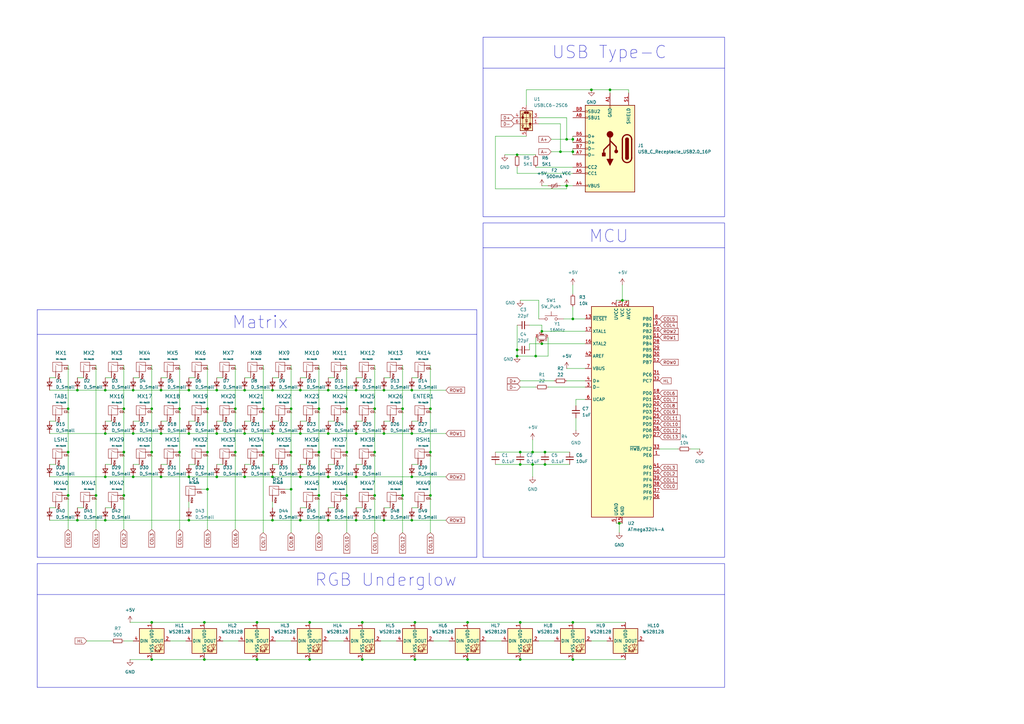
<source format=kicad_sch>
(kicad_sch (version 20231120) (generator "eeschema") (generator_version "8.0")
  (paper "A3")
  (junction (at 123.19 177.8))
  (junction (at 234.95 57.15))
  (junction (at 222.25 135.89))
  (junction (at 127 270.51))
  (junction (at 212.09 143.51))
  (junction (at 43.18 160.02))
  (junction (at 130.81 167.64))
  (junction (at 62.23 185.42))
  (junction (at 73.66 185.42))
  (junction (at 153.67 167.64))
  (junction (at 43.18 177.8))
  (junction (at 212.09 146.05))
  (junction (at 222.25 140.97))
  (junction (at 213.36 190.5))
  (junction (at 123.19 160.02))
  (junction (at 111.76 195.58))
  (junction (at 232.41 76.2))
  (junction (at 77.47 213.36))
  (junction (at 66.04 160.02))
  (junction (at 229.87 62.23))
  (junction (at 234.95 62.23))
  (junction (at 39.37 203.2))
  (junction (at 54.61 177.8))
  (junction (at 134.62 213.36))
  (junction (at 111.76 160.02))
  (junction (at 77.47 160.02))
  (junction (at 88.9 195.58))
  (junction (at 168.91 195.58))
  (junction (at 157.48 213.36))
  (junction (at 119.38 200.66))
  (junction (at 130.81 185.42))
  (junction (at 50.8 167.64))
  (junction (at 142.24 203.2))
  (junction (at 146.05 160.02))
  (junction (at 100.33 195.58))
  (junction (at 255.27 123.19))
  (junction (at 134.62 177.8))
  (junction (at 111.76 213.36))
  (junction (at 27.94 167.64))
  (junction (at 234.95 130.81))
  (junction (at 66.04 195.58))
  (junction (at 111.76 177.8))
  (junction (at 168.91 213.36))
  (junction (at 107.95 185.42))
  (junction (at 153.67 203.2))
  (junction (at 54.61 160.02))
  (junction (at 88.9 177.8))
  (junction (at 234.95 255.27))
  (junction (at 43.18 213.36))
  (junction (at 142.24 185.42))
  (junction (at 176.53 203.2))
  (junction (at 27.94 185.42))
  (junction (at 191.77 255.27))
  (junction (at 43.18 195.58))
  (junction (at 127 255.27))
  (junction (at 96.52 167.64))
  (junction (at 170.18 270.51))
  (junction (at 146.05 213.36))
  (junction (at 130.81 203.2))
  (junction (at 153.67 185.42))
  (junction (at 62.23 255.27))
  (junction (at 62.23 270.51))
  (junction (at 165.1 167.64))
  (junction (at 134.62 195.58))
  (junction (at 148.59 255.27))
  (junction (at 100.33 177.8))
  (junction (at 73.66 167.64))
  (junction (at 213.36 270.51))
  (junction (at 213.36 185.42))
  (junction (at 146.05 195.58))
  (junction (at 54.61 195.58))
  (junction (at 157.48 160.02))
  (junction (at 157.48 177.8))
  (junction (at 88.9 160.02))
  (junction (at 223.52 185.42))
  (junction (at 77.47 177.8))
  (junction (at 134.62 160.02))
  (junction (at 83.82 255.27))
  (junction (at 146.05 177.8))
  (junction (at 234.95 270.51))
  (junction (at 105.41 270.51))
  (junction (at 119.38 185.42))
  (junction (at 27.94 203.2))
  (junction (at 250.19 36.83))
  (junction (at 165.1 203.2))
  (junction (at 123.19 213.36))
  (junction (at 83.82 270.51))
  (junction (at 62.23 167.64))
  (junction (at 123.19 195.58))
  (junction (at 168.91 160.02))
  (junction (at 242.57 36.83))
  (junction (at 50.8 185.42))
  (junction (at 219.71 146.05))
  (junction (at 176.53 185.42))
  (junction (at 223.52 190.5))
  (junction (at 100.33 160.02))
  (junction (at 77.47 195.58))
  (junction (at 85.09 185.42))
  (junction (at 191.77 270.51))
  (junction (at 254 214.63))
  (junction (at 142.24 167.64))
  (junction (at 31.75 213.36))
  (junction (at 31.75 160.02))
  (junction (at 218.44 190.5))
  (junction (at 218.44 185.42))
  (junction (at 85.09 200.66))
  (junction (at 105.41 255.27))
  (junction (at 148.59 270.51))
  (junction (at 232.41 57.15))
  (junction (at 170.18 255.27))
  (junction (at 85.09 167.64))
  (junction (at 66.04 177.8))
  (junction (at 212.09 63.5))
  (junction (at 168.91 177.8))
  (junction (at 96.52 185.42))
  (junction (at 213.36 255.27))
  (junction (at 119.38 167.64))
  (junction (at 50.8 203.2))
  (junction (at 107.95 167.64))
  (junction (at 176.53 167.64))
  (wire (pts (xy 234.95 116.84) (xy 234.95 120.65)))
  (wire (pts (xy 232.41 57.15) (xy 234.95 57.15)))
  (wire (pts (xy 168.91 160.02) (xy 182.88 160.02)))
  (wire (pts (xy 91.44 262.89) (xy 97.79 262.89)))
  (wire (pts (xy 77.47 205.74) (xy 77.47 208.28)))
  (wire (pts (xy 218.44 185.42) (xy 223.52 185.42)))
  (wire (pts (xy 88.9 160.02) (xy 100.33 160.02)))
  (wire (pts (xy 234.95 270.51) (xy 256.54 270.51)))
  (wire (pts (xy 219.71 63.5) (xy 212.09 63.5)))
  (wire (pts (xy 119.38 200.66) (xy 119.38 218.44)))
  (wire (pts (xy 229.87 62.23) (xy 229.87 50.8)))
  (wire (pts (xy 77.47 154.94) (xy 80.01 154.94)))
  (wire (pts (xy 123.19 195.58) (xy 134.62 195.58)))
  (wire (pts (xy 199.39 262.89) (xy 205.74 262.89)))
  (wire (pts (xy 134.62 262.89) (xy 140.97 262.89)))
  (wire (pts (xy 20.32 154.94) (xy 22.86 154.94)))
  (wire (pts (xy 157.48 160.02) (xy 168.91 160.02)))
  (wire (pts (xy 130.81 167.64) (xy 130.81 185.42)))
  (wire (pts (xy 222.25 133.35) (xy 217.17 133.35)))
  (wire (pts (xy 134.62 190.5) (xy 137.16 190.5)))
  (wire (pts (xy 146.05 190.5) (xy 148.59 190.5)))
  (wire (pts (xy 170.18 270.51) (xy 191.77 270.51)))
  (wire (pts (xy 226.06 62.23) (xy 229.87 62.23)))
  (wire (pts (xy 232.41 76.2) (xy 234.95 76.2)))
  (wire (pts (xy 35.56 262.89) (xy 45.72 262.89)))
  (wire (pts (xy 224.79 138.43) (xy 224.79 146.05)))
  (wire (pts (xy 107.95 167.64) (xy 107.95 185.42)))
  (wire (pts (xy 134.62 195.58) (xy 146.05 195.58)))
  (wire (pts (xy 212.09 143.51) (xy 212.09 146.05)))
  (wire (pts (xy 220.98 123.19) (xy 220.98 130.81)))
  (wire (pts (xy 62.23 255.27) (xy 53.34 255.27)))
  (wire (pts (xy 119.38 149.86) (xy 119.38 167.64)))
  (wire (pts (xy 43.18 208.28) (xy 45.72 208.28)))
  (wire (pts (xy 212.09 71.12) (xy 234.95 71.12)))
  (wire (pts (xy 20.32 208.28) (xy 22.86 208.28)))
  (wire (pts (xy 100.33 177.8) (xy 111.76 177.8)))
  (polyline (pts (xy 198.12 101.6) (xy 297.18 101.6)))
  (wire (pts (xy 176.53 149.86) (xy 176.53 167.64)))
  (wire (pts (xy 20.32 213.36) (xy 31.75 213.36)))
  (wire (pts (xy 232.41 48.26) (xy 220.98 48.26)))
  (wire (pts (xy 168.91 190.5) (xy 171.45 190.5)))
  (wire (pts (xy 88.9 190.5) (xy 91.44 190.5)))
  (wire (pts (xy 50.8 149.86) (xy 50.8 167.64)))
  (wire (pts (xy 213.36 156.21) (xy 227.33 156.21)))
  (wire (pts (xy 229.87 50.8) (xy 220.98 50.8)))
  (wire (pts (xy 62.23 255.27) (xy 83.82 255.27)))
  (wire (pts (xy 252.73 123.19) (xy 255.27 123.19)))
  (wire (pts (xy 177.8 262.89) (xy 184.15 262.89)))
  (wire (pts (xy 218.44 190.5) (xy 218.44 195.58)))
  (wire (pts (xy 157.48 213.36) (xy 168.91 213.36)))
  (wire (pts (xy 223.52 190.5) (xy 233.68 190.5)))
  (wire (pts (xy 43.18 177.8) (xy 54.61 177.8)))
  (wire (pts (xy 85.09 149.86) (xy 85.09 167.64)))
  (wire (pts (xy 240.03 163.83) (xy 236.22 163.83)))
  (wire (pts (xy 257.81 36.83) (xy 257.81 38.1)))
  (wire (pts (xy 203.2 77.47) (xy 232.41 77.47)))
  (wire (pts (xy 217.17 140.97) (xy 217.17 143.51)))
  (wire (pts (xy 20.32 177.8) (xy 43.18 177.8)))
  (wire (pts (xy 66.04 154.94) (xy 68.58 154.94)))
  (wire (pts (xy 203.2 185.42) (xy 213.36 185.42)))
  (wire (pts (xy 88.9 154.94) (xy 91.44 154.94)))
  (wire (pts (xy 191.77 255.27) (xy 213.36 255.27)))
  (wire (pts (xy 222.25 135.89) (xy 240.03 135.89)))
  (wire (pts (xy 213.36 255.27) (xy 234.95 255.27)))
  (wire (pts (xy 148.59 270.51) (xy 170.18 270.51)))
  (wire (pts (xy 229.87 76.2) (xy 232.41 76.2)))
  (wire (pts (xy 222.25 135.89) (xy 222.25 133.35)))
  (wire (pts (xy 212.09 146.05) (xy 219.71 146.05)))
  (wire (pts (xy 146.05 177.8) (xy 157.48 177.8)))
  (wire (pts (xy 242.57 262.89) (xy 248.92 262.89)))
  (wire (pts (xy 54.61 195.58) (xy 66.04 195.58)))
  (wire (pts (xy 242.57 36.83) (xy 215.9 36.83)))
  (wire (pts (xy 73.66 185.42) (xy 73.66 217.17)))
  (wire (pts (xy 77.47 160.02) (xy 88.9 160.02)))
  (wire (pts (xy 27.94 167.64) (xy 27.94 185.42)))
  (wire (pts (xy 234.95 57.15) (xy 234.95 58.42)))
  (wire (pts (xy 226.06 57.15) (xy 232.41 57.15)))
  (wire (pts (xy 218.44 180.34) (xy 218.44 185.42)))
  (wire (pts (xy 27.94 185.42) (xy 27.94 203.2)))
  (wire (pts (xy 153.67 185.42) (xy 153.67 203.2)))
  (wire (pts (xy 130.81 185.42) (xy 130.81 203.2)))
  (wire (pts (xy 222.25 140.97) (xy 217.17 140.97)))
  (wire (pts (xy 119.38 167.64) (xy 119.38 185.42)))
  (wire (pts (xy 218.44 190.5) (xy 223.52 190.5)))
  (wire (pts (xy 153.67 203.2) (xy 153.67 218.44)))
  (wire (pts (xy 20.32 190.5) (xy 22.86 190.5)))
  (wire (pts (xy 123.19 190.5) (xy 125.73 190.5)))
  (wire (pts (xy 100.33 160.02) (xy 111.76 160.02)))
  (wire (pts (xy 77.47 190.5) (xy 80.01 190.5)))
  (wire (pts (xy 83.82 255.27) (xy 105.41 255.27)))
  (wire (pts (xy 224.79 146.05) (xy 219.71 146.05)))
  (wire (pts (xy 134.62 177.8) (xy 146.05 177.8)))
  (wire (pts (xy 111.76 205.74) (xy 111.76 208.28)))
  (wire (pts (xy 203.2 55.88) (xy 203.2 77.47)))
  (wire (pts (xy 176.53 185.42) (xy 176.53 203.2)))
  (wire (pts (xy 165.1 149.86) (xy 165.1 167.64)))
  (wire (pts (xy 134.62 154.94) (xy 137.16 154.94)))
  (wire (pts (xy 96.52 149.86) (xy 96.52 167.64)))
  (wire (pts (xy 123.19 213.36) (xy 134.62 213.36)))
  (wire (pts (xy 232.41 57.15) (xy 232.41 48.26)))
  (wire (pts (xy 168.91 195.58) (xy 182.88 195.58)))
  (wire (pts (xy 111.76 195.58) (xy 123.19 195.58)))
  (wire (pts (xy 213.36 158.75) (xy 219.71 158.75)))
  (wire (pts (xy 96.52 167.64) (xy 96.52 185.42)))
  (wire (pts (xy 88.9 195.58) (xy 100.33 195.58)))
  (wire (pts (xy 66.04 177.8) (xy 77.47 177.8)))
  (wire (pts (xy 232.41 77.47) (xy 232.41 76.2)))
  (wire (pts (xy 77.47 195.58) (xy 88.9 195.58)))
  (wire (pts (xy 88.9 172.72) (xy 91.44 172.72)))
  (wire (pts (xy 250.19 36.83) (xy 257.81 36.83)))
  (wire (pts (xy 134.62 213.36) (xy 146.05 213.36)))
  (wire (pts (xy 107.95 185.42) (xy 107.95 218.44)))
  (wire (pts (xy 146.05 160.02) (xy 157.48 160.02)))
  (wire (pts (xy 88.9 177.8) (xy 100.33 177.8)))
  (wire (pts (xy 234.95 130.81) (xy 240.03 130.81)))
  (wire (pts (xy 116.84 200.66) (xy 119.38 200.66)))
  (wire (pts (xy 107.95 149.86) (xy 107.95 167.64)))
  (wire (pts (xy 213.36 270.51) (xy 234.95 270.51)))
  (wire (pts (xy 54.61 172.72) (xy 57.15 172.72)))
  (wire (pts (xy 207.01 63.5) (xy 212.09 63.5)))
  (wire (pts (xy 270.51 184.15) (xy 278.13 184.15)))
  (wire (pts (xy 39.37 149.86) (xy 39.37 203.2)))
  (wire (pts (xy 134.62 172.72) (xy 137.16 172.72)))
  (wire (pts (xy 69.85 262.89) (xy 76.2 262.89)))
  (wire (pts (xy 54.61 177.8) (xy 66.04 177.8)))
  (wire (pts (xy 153.67 167.64) (xy 153.67 185.42)))
  (wire (pts (xy 130.81 149.86) (xy 130.81 167.64)))
  (wire (pts (xy 231.14 130.81) (xy 234.95 130.81)))
  (wire (pts (xy 234.95 255.27) (xy 256.54 255.27)))
  (wire (pts (xy 66.04 172.72) (xy 68.58 172.72)))
  (wire (pts (xy 77.47 177.8) (xy 88.9 177.8)))
  (wire (pts (xy 220.98 262.89) (xy 227.33 262.89)))
  (wire (pts (xy 234.95 125.73) (xy 234.95 130.81)))
  (wire (pts (xy 43.18 172.72) (xy 45.72 172.72)))
  (wire (pts (xy 50.8 203.2) (xy 50.8 217.17)))
  (wire (pts (xy 222.25 76.2) (xy 224.79 76.2)))
  (wire (pts (xy 43.18 190.5) (xy 45.72 190.5)))
  (wire (pts (xy 142.24 203.2) (xy 142.24 218.44)))
  (wire (pts (xy 236.22 163.83) (xy 236.22 166.37)))
  (wire (pts (xy 123.19 154.94) (xy 125.73 154.94)))
  (wire (pts (xy 62.23 270.51) (xy 83.82 270.51)))
  (wire (pts (xy 54.61 190.5) (xy 57.15 190.5)))
  (wire (pts (xy 146.05 154.94) (xy 148.59 154.94)))
  (wire (pts (xy 43.18 213.36) (xy 77.47 213.36)))
  (polyline (pts (xy 15.24 243.84) (xy 297.18 243.84)))
  (wire (pts (xy 77.47 172.72) (xy 80.01 172.72)))
  (wire (pts (xy 146.05 195.58) (xy 168.91 195.58)))
  (wire (pts (xy 83.82 270.51) (xy 105.41 270.51)))
  (wire (pts (xy 85.09 185.42) (xy 85.09 200.66)))
  (wire (pts (xy 127 255.27) (xy 148.59 255.27)))
  (wire (pts (xy 130.81 203.2) (xy 130.81 218.44)))
  (wire (pts (xy 43.18 160.02) (xy 54.61 160.02)))
  (wire (pts (xy 234.95 60.96) (xy 234.95 62.23)))
  (wire (pts (xy 234.95 55.88) (xy 234.95 57.15)))
  (wire (pts (xy 111.76 172.72) (xy 114.3 172.72)))
  (wire (pts (xy 234.95 62.23) (xy 234.95 63.5)))
  (wire (pts (xy 157.48 154.94) (xy 160.02 154.94)))
  (wire (pts (xy 224.79 158.75) (xy 240.03 158.75)))
  (wire (pts (xy 111.76 154.94) (xy 114.3 154.94)))
  (wire (pts (xy 73.66 149.86) (xy 73.66 167.64)))
  (wire (pts (xy 31.75 154.94) (xy 34.29 154.94)))
  (wire (pts (xy 50.8 167.64) (xy 50.8 185.42)))
  (wire (pts (xy 20.32 172.72) (xy 22.86 172.72)))
  (wire (pts (xy 100.33 190.5) (xy 102.87 190.5)))
  (wire (pts (xy 82.55 200.66) (xy 85.09 200.66)))
  (wire (pts (xy 254 214.63) (xy 254 218.44)))
  (wire (pts (xy 229.87 62.23) (xy 234.95 62.23)))
  (wire (pts (xy 105.41 255.27) (xy 127 255.27)))
  (wire (pts (xy 165.1 167.64) (xy 165.1 203.2)))
  (wire (pts (xy 170.18 255.27) (xy 191.77 255.27)))
  (wire (pts (xy 27.94 203.2) (xy 27.94 217.17)))
  (wire (pts (xy 85.09 167.64) (xy 85.09 185.42)))
  (wire (pts (xy 142.24 167.64) (xy 142.24 185.42)))
  (wire (pts (xy 43.18 195.58) (xy 54.61 195.58)))
  (wire (pts (xy 62.23 149.86) (xy 62.23 167.64)))
  (wire (pts (xy 50.8 185.42) (xy 50.8 203.2)))
  (wire (pts (xy 142.24 185.42) (xy 142.24 203.2)))
  (wire (pts (xy 255.27 116.84) (xy 255.27 123.19)))
  (wire (pts (xy 168.91 208.28) (xy 171.45 208.28)))
  (polyline (pts (xy 15.24 137.16) (xy 195.58 137.16)))
  (wire (pts (xy 54.61 154.94) (xy 57.15 154.94)))
  (wire (pts (xy 213.36 190.5) (xy 218.44 190.5)))
  (wire (pts (xy 77.47 213.36) (xy 111.76 213.36)))
  (wire (pts (xy 232.41 151.13) (xy 240.03 151.13)))
  (wire (pts (xy 123.19 177.8) (xy 134.62 177.8)))
  (wire (pts (xy 105.41 270.51) (xy 127 270.51)))
  (wire (pts (xy 96.52 185.42) (xy 96.52 217.17)))
  (wire (pts (xy 66.04 190.5) (xy 68.58 190.5)))
  (wire (pts (xy 134.62 208.28) (xy 137.16 208.28)))
  (wire (pts (xy 212.09 133.35) (xy 212.09 143.51)))
  (wire (pts (xy 223.52 185.42) (xy 233.68 185.42)))
  (wire (pts (xy 168.91 172.72) (xy 171.45 172.72)))
  (wire (pts (xy 219.71 68.58) (xy 234.95 68.58)))
  (wire (pts (xy 85.09 200.66) (xy 85.09 217.17)))
  (wire (pts (xy 219.71 146.05) (xy 219.71 138.43)))
  (wire (pts (xy 100.33 195.58) (xy 111.76 195.58)))
  (wire (pts (xy 31.75 208.28) (xy 34.29 208.28)))
  (wire (pts (xy 168.91 177.8) (xy 182.88 177.8)))
  (wire (pts (xy 54.61 160.02) (xy 66.04 160.02)))
  (wire (pts (xy 123.19 172.72) (xy 125.73 172.72)))
  (wire (pts (xy 100.33 154.94) (xy 102.87 154.94)))
  (wire (pts (xy 111.76 177.8) (xy 123.19 177.8)))
  (wire (pts (xy 113.03 262.89) (xy 119.38 262.89)))
  (wire (pts (xy 73.66 167.64) (xy 73.66 185.42)))
  (wire (pts (xy 50.8 262.89) (xy 54.61 262.89)))
  (wire (pts (xy 191.77 270.51) (xy 213.36 270.51)))
  (wire (pts (xy 252.73 214.63) (xy 254 214.63)))
  (wire (pts (xy 39.37 203.2) (xy 39.37 217.17)))
  (wire (pts (xy 62.23 185.42) (xy 62.23 217.17)))
  (wire (pts (xy 146.05 213.36) (xy 157.48 213.36)))
  (wire (pts (xy 134.62 160.02) (xy 146.05 160.02)))
  (wire (pts (xy 236.22 171.45) (xy 236.22 176.53)))
  (wire (pts (xy 146.05 208.28) (xy 148.59 208.28)))
  (wire (pts (xy 242.57 36.83) (xy 250.19 36.83)))
  (wire (pts (xy 255.27 123.19) (xy 257.81 123.19)))
  (wire (pts (xy 250.19 36.83) (xy 250.19 38.1)))
  (wire (pts (xy 156.21 262.89) (xy 162.56 262.89)))
  (wire (pts (xy 213.36 123.19) (xy 220.98 123.19)))
  (wire (pts (xy 146.05 172.72) (xy 148.59 172.72)))
  (wire (pts (xy 157.48 172.72) (xy 160.02 172.72)))
  (wire (pts (xy 168.91 154.94) (xy 171.45 154.94)))
  (wire (pts (xy 142.24 149.86) (xy 142.24 167.64)))
  (wire (pts (xy 176.53 203.2) (xy 176.53 218.44)))
  (wire (pts (xy 62.23 167.64) (xy 62.23 185.42)))
  (wire (pts (xy 111.76 213.36) (xy 123.19 213.36)))
  (wire (pts (xy 168.91 213.36) (xy 182.88 213.36)))
  (wire (pts (xy 27.94 149.86) (xy 27.94 167.64)))
  (wire (pts (xy 213.36 185.42) (xy 218.44 185.42)))
  (wire (pts (xy 20.32 160.02) (xy 31.75 160.02)))
  (wire (pts (xy 111.76 160.02) (xy 123.19 160.02)))
  (wire (pts (xy 127 270.51) (xy 148.59 270.51)))
  (wire (pts (xy 66.04 195.58) (xy 77.47 195.58)))
  (wire (pts (xy 153.67 149.86) (xy 153.67 167.64)))
  (wire (pts (xy 203.2 190.5) (xy 213.36 190.5)))
  (wire (pts (xy 100.33 172.72) (xy 102.87 172.72)))
  (wire (pts (xy 157.48 177.8) (xy 168.91 177.8)))
  (wire (pts (xy 123.19 160.02) (xy 134.62 160.02)))
  (wire (pts (xy 123.19 208.28) (xy 125.73 208.28)))
  (wire (pts (xy 176.53 167.64) (xy 176.53 185.42)))
  (wire (pts (xy 157.48 208.28) (xy 160.02 208.28)))
  (wire (pts (xy 222.25 140.97) (xy 240.03 140.97)))
  (wire (pts (xy 148.59 255.27) (xy 170.18 255.27)))
  (wire (pts (xy 215.9 55.88) (xy 203.2 55.88)))
  (wire (pts (xy 212.09 71.12) (xy 212.09 68.58)))
  (wire (pts (xy 66.04 160.02) (xy 77.47 160.02)))
  (wire (pts (xy 232.41 156.21) (xy 240.03 156.21)))
  (wire (pts (xy 283.21 184.15) (xy 287.02 184.15)))
  (wire (pts (xy 43.18 154.94) (xy 45.72 154.94)))
  (wire (pts (xy 53.34 270.51) (xy 62.23 270.51)))
  (wire (pts (xy 31.75 213.36) (xy 43.18 213.36)))
  (wire (pts (xy 119.38 185.42) (xy 119.38 200.66)))
  (wire (pts (xy 31.75 160.02) (xy 43.18 160.02)))
  (wire (pts (xy 20.32 195.58) (xy 43.18 195.58)))
  (wire (pts (xy 165.1 203.2) (xy 165.1 218.44)))
  (polyline (pts (xy 198.12 27.94) (xy 297.18 27.94)))
  (wire (pts (xy 254 214.63) (xy 255.27 214.63)))
  (wire (pts (xy 215.9 36.83) (xy 215.9 43.18)))
  (wire (pts (xy 111.76 190.5) (xy 114.3 190.5)))
  (rectangle (start 198.12 15.24) (end 297.18 88.9))
  (rectangle (start 15.24 231.14) (end 297.18 281.94))
  (rectangle (start 198.12 91.44) (end 297.18 228.6))
  (rectangle (start 15.24 127) (end 195.58 228.6))
  (text "MCU\n" (at 249.682 97.028 0) (effects (font (size 5.08 5.08))))
  (text "RGB Underglow\n" (at 158.242 237.998 0) (effects (font (size 5.08 5.08))))
  (text "Matrix" (at 106.68 132.334 0) (effects (font (size 5.08 5.08))))
  (text "USB Type-C" (at 249.936 21.59 0) (effects (font (size 5.08 5.08))))
  (global_label "ROW1" (shape input) (at 182.88 177.8 0) (property "Intersheetrefs" "${INTERSHEET_REFS}" (effects (hide yes))))
  (global_label "COL3" (shape input) (at 270.51 191.77 0) (property "Intersheetrefs" "${INTERSHEET_REFS}" (effects (hide yes))))
  (global_label "ROW1" (shape input) (at 270.51 138.43 0) (property "Intersheetrefs" "${INTERSHEET_REFS}" (effects (hide yes))))
  (global_label "D+" (shape input) (at 213.36 156.21 180) (property "Intersheetrefs" "${INTERSHEET_REFS}" (effects (hide yes))))
  (global_label "COL13" (shape input) (at 176.53 218.44 270) (property "Intersheetrefs" "${INTERSHEET_REFS}" (effects (hide yes))))
  (global_label "ROW2" (shape input) (at 182.88 195.58 0) (property "Intersheetrefs" "${INTERSHEET_REFS}" (effects (hide yes))))
  (global_label "COL10" (shape input) (at 270.51 173.99 0) (property "Intersheetrefs" "${INTERSHEET_REFS}" (effects (hide yes))))
  (global_label "ROW0" (shape input) (at 182.88 160.02 0) (property "Intersheetrefs" "${INTERSHEET_REFS}" (effects (hide yes))))
  (global_label "COL10" (shape input) (at 142.24 218.44 270) (property "Intersheetrefs" "${INTERSHEET_REFS}" (effects (hide yes))))
  (global_label "COL9" (shape input) (at 270.51 168.91 0) (property "Intersheetrefs" "${INTERSHEET_REFS}" (effects (hide yes))))
  (global_label "A+" (shape input) (at 226.06 57.15 180) (property "Intersheetrefs" "${INTERSHEET_REFS}" (effects (hide yes))))
  (global_label "ROW3" (shape input) (at 182.88 213.36 0) (property "Intersheetrefs" "${INTERSHEET_REFS}" (effects (hide yes))))
  (global_label "COL7" (shape input) (at 270.51 163.83 0) (property "Intersheetrefs" "${INTERSHEET_REFS}" (effects (hide yes))))
  (global_label "COL0" (shape input) (at 270.51 199.39 0) (property "Intersheetrefs" "${INTERSHEET_REFS}" (effects (hide yes))))
  (global_label "HL" (shape input) (at 270.51 156.21 0) (property "Intersheetrefs" "${INTERSHEET_REFS}" (effects (hide yes))))
  (global_label "COL3" (shape input) (at 62.23 217.17 270) (property "Intersheetrefs" "${INTERSHEET_REFS}" (effects (hide yes))))
  (global_label "COL4" (shape input) (at 73.66 217.17 270) (property "Intersheetrefs" "${INTERSHEET_REFS}" (effects (hide yes))))
  (global_label "ROW2" (shape input) (at 270.51 135.89 0) (property "Intersheetrefs" "${INTERSHEET_REFS}" (effects (hide yes))))
  (global_label "COL4" (shape input) (at 270.51 133.35 0) (property "Intersheetrefs" "${INTERSHEET_REFS}" (effects (hide yes))))
  (global_label "COL0" (shape input) (at 27.94 217.17 270) (property "Intersheetrefs" "${INTERSHEET_REFS}" (effects (hide yes))))
  (global_label "COL12" (shape input) (at 165.1 218.44 270) (property "Intersheetrefs" "${INTERSHEET_REFS}" (effects (hide yes))))
  (global_label "D-" (shape input) (at 213.36 158.75 180) (property "Intersheetrefs" "${INTERSHEET_REFS}" (effects (hide yes))))
  (global_label "COL8" (shape input) (at 119.38 218.44 270) (property "Intersheetrefs" "${INTERSHEET_REFS}" (effects (hide yes))))
  (global_label "COL11" (shape input) (at 270.51 171.45 0) (property "Intersheetrefs" "${INTERSHEET_REFS}" (effects (hide yes))))
  (global_label "HL" (shape input) (at 35.56 262.89 180) (property "Intersheetrefs" "${INTERSHEET_REFS}" (effects (hide yes))))
  (global_label "D-" (shape input) (at 210.82 50.8 180) (property "Intersheetrefs" "${INTERSHEET_REFS}" (effects (hide yes))))
  (global_label "COL2" (shape input) (at 270.51 194.31 0) (property "Intersheetrefs" "${INTERSHEET_REFS}" (effects (hide yes))))
  (global_label "COL5" (shape input) (at 270.51 130.81 0) (property "Intersheetrefs" "${INTERSHEET_REFS}" (effects (hide yes))))
  (global_label "COL13" (shape input) (at 270.51 179.07 0) (property "Intersheetrefs" "${INTERSHEET_REFS}" (effects (hide yes))))
  (global_label "COL12" (shape input) (at 270.51 176.53 0) (property "Intersheetrefs" "${INTERSHEET_REFS}" (effects (hide yes))))
  (global_label "COL8" (shape input) (at 270.51 166.37 0) (property "Intersheetrefs" "${INTERSHEET_REFS}" (effects (hide yes))))
  (global_label "COL5" (shape input) (at 85.09 217.17 270) (property "Intersheetrefs" "${INTERSHEET_REFS}" (effects (hide yes))))
  (global_label "COL9" (shape input) (at 130.81 218.44 270) (property "Intersheetrefs" "${INTERSHEET_REFS}" (effects (hide yes))))
  (global_label "COL6" (shape input) (at 96.52 217.17 270) (property "Intersheetrefs" "${INTERSHEET_REFS}" (effects (hide yes))))
  (global_label "COL7" (shape input) (at 107.95 218.44 270) (property "Intersheetrefs" "${INTERSHEET_REFS}" (effects (hide yes))))
  (global_label "COL6" (shape input) (at 270.51 161.29 0) (property "Intersheetrefs" "${INTERSHEET_REFS}" (effects (hide yes))))
  (global_label "D+" (shape input) (at 210.82 48.26 180) (property "Intersheetrefs" "${INTERSHEET_REFS}" (effects (hide yes))))
  (global_label "ROW0" (shape input) (at 270.51 148.59 0) (property "Intersheetrefs" "${INTERSHEET_REFS}" (effects (hide yes))))
  (global_label "COL1" (shape input) (at 270.51 196.85 0) (property "Intersheetrefs" "${INTERSHEET_REFS}" (effects (hide yes))))
  (global_label "COL1" (shape input) (at 39.37 217.17 270) (property "Intersheetrefs" "${INTERSHEET_REFS}" (effects (hide yes))))
  (global_label "A-" (shape input) (at 226.06 62.23 180) (property "Intersheetrefs" "${INTERSHEET_REFS}" (effects (hide yes))))
  (global_label "COL11" (shape input) (at 153.67 218.44 270) (property "Intersheetrefs" "${INTERSHEET_REFS}" (effects (hide yes))))
  (global_label "COL2" (shape input) (at 50.8 217.17 270) (property "Intersheetrefs" "${INTERSHEET_REFS}" (effects (hide yes))))
  (symbol (lib_id "Device:D_Small") (at 111.76 210.82 90) (unit 1)
    (property "Reference" "D44" (at 114.3 209.5499 90) (effects (justify right)))
    (property "Value" "D_Small" (at 114.3 212.0899 90) (effects (justify right)))
    (property "Footprint" "other_keyboard_things:5,5ForKBD" (effects (hide yes)))
    (property "Description" "Diode, small symbol" (effects (hide yes)))
    (property "Sim.Device" "D" (effects (hide yes)))
    (property "Sim.Pins" "1=K 2=A" (effects (hide yes)))
  )
  (symbol (lib_id "power:GND") (at 254 218.44 0) (unit 1)
    (property "Reference" "#PWR011" (effects (hide yes)))
    (property "Value" "GND" (at 254 223.52 0))
    (property "Description" "Power symbol creates a global label with name \"GND\" , ground" (effects (hide yes)))
  )
  (symbol (lib_id "Device:D_Small") (at 66.04 175.26 90) (unit 1)
    (property "Reference" "D18" (at 68.58 173.9899 90) (effects (justify right)))
    (property "Value" "D_Small" (at 68.58 176.5299 90) (effects (justify right)))
    (property "Footprint" "other_keyboard_things:5,5ForKBD" (effects (hide yes)))
    (property "Description" "Diode, small symbol" (effects (hide yes)))
    (property "Sim.Device" "D" (effects (hide yes)))
    (property "Sim.Pins" "1=K 2=A" (effects (hide yes)))
  )
  (symbol (lib_id "Device:D_Small") (at 54.61 157.48 90) (unit 1)
    (property "Reference" "D4" (at 57.15 156.2099 90) (effects (justify right)))
    (property "Value" "D_Small" (at 57.15 158.7499 90) (effects (justify right)))
    (property "Footprint" "other_keyboard_things:5,5ForKBD" (effects (hide yes)))
    (property "Description" "Diode, small symbol" (effects (hide yes)))
    (property "Sim.Device" "D" (effects (hide yes)))
    (property "Sim.Pins" "1=K 2=A" (effects (hide yes)))
  )
  (symbol (lib_id "Device:R_Small") (at 212.09 66.04 0) (unit 1)
    (property "Reference" "R5" (at 214.63 64.7699 0) (effects (justify left)))
    (property "Value" "5K1" (at 214.63 67.3099 0) (effects (justify left)))
    (property "Footprint" "Resistor_SMD:R_0805_2012Metric" (effects (hide yes)))
    (property "Description" "Resistor, small symbol" (effects (hide yes)))
  )
  (symbol (lib_id "LED:WS2812B") (at 213.36 262.89 0) (unit 1)
    (property "Reference" "HL8" (at 224.79 256.5714 0))
    (property "Value" "WS2812B" (at 224.79 259.1114 0))
    (property "Footprint" "LED_SMD:LED_WS2812B_PLCC4_5.0x5.0mm_P3.2mm" (effects (hide yes)))
    (property "Datasheet" "https://cdn-shop.adafruit.com/datasheets/WS2812B.pdf" (effects (hide yes)))
    (property "Description" "RGB LED with integrated controller" (effects (hide yes)))
  )
  (symbol (lib_id "Device:D_Small") (at 20.32 175.26 90) (unit 1)
    (property "Reference" "D15" (at 22.86 173.9899 90) (effects (justify right)))
    (property "Value" "D_Small" (at 22.86 176.5299 90) (effects (justify right)))
    (property "Footprint" "other_keyboard_things:5,5ForKBD" (effects (hide yes)))
    (property "Description" "Diode, small symbol" (effects (hide yes)))
    (property "Sim.Device" "D" (effects (hide yes)))
    (property "Sim.Pins" "1=K 2=A" (effects (hide yes)))
  )
  (symbol (lib_id "Device:D_Small") (at 43.18 175.26 90) (unit 1)
    (property "Reference" "D16" (at 45.72 173.9899 90) (effects (justify right)))
    (property "Value" "D_Small" (at 45.72 176.5299 90) (effects (justify right)))
    (property "Footprint" "other_keyboard_things:5,5ForKBD" (effects (hide yes)))
    (property "Description" "Diode, small symbol" (effects (hide yes)))
    (property "Sim.Device" "D" (effects (hide yes)))
    (property "Sim.Pins" "1=K 2=A" (effects (hide yes)))
  )
  (symbol (lib_id "Device:D_Small") (at 134.62 175.26 90) (unit 1)
    (property "Reference" "D24" (at 137.16 173.9899 90) (effects (justify right)))
    (property "Value" "D_Small" (at 137.16 176.5299 90) (effects (justify right)))
    (property "Footprint" "other_keyboard_things:5,5ForKBD" (effects (hide yes)))
    (property "Description" "Diode, small symbol" (effects (hide yes)))
    (property "Sim.Device" "D" (effects (hide yes)))
    (property "Sim.Pins" "1=K 2=A" (effects (hide yes)))
  )
  (symbol (lib_id "power:VCC") (at 232.41 76.2 0) (unit 1)
    (property "Reference" "#PWR03" (effects (hide yes)))
    (property "Value" "VCC" (at 232.41 71.12 0))
    (property "Description" "Power symbol creates a global label with name \"VCC\"" (effects (hide yes)))
  )
  (symbol (lib_id "MX_Alps_Hybrid:MX-NoLED") (at 35.56 204.47 0) (unit 1)
    (property "Reference" "MX41" (at 36.4552 198.12 0) (effects (font (size 1.524 1.524))))
    (property "Value" "MX-NoLED" (at 36.4552 200.66 0) (effects (font (size 0.508 0.508))))
    (property "Footprint" "MX_Alps_Hybrid:MX-1.25U-NoLED" (effects (hide yes)))
  )
  (symbol (lib_id "Device:Crystal_GND24_Small") (at 222.25 138.43 270) (unit 1)
    (property "Reference" "Y1" (at 228.6 132.8098 90))
    (property "Value" "16MHz" (at 228.6 135.3498 90))
    (property "Footprint" "Crystal:Crystal_SMD_3225-4Pin_3.2x2.5mm" (effects (hide yes)))
    (property "Description" "Four pin crystal, GND on pins 2 and 4, small symbol" (effects (hide yes)))
  )
  (symbol (lib_id "Device:D_Small") (at 146.05 193.04 90) (unit 1)
    (property "Reference" "D38" (at 148.59 191.7699 90) (effects (justify right)))
    (property "Value" "D_Small" (at 148.59 194.3099 90) (effects (justify right)))
    (property "Footprint" "other_keyboard_things:5,5ForKBD" (effects (hide yes)))
    (property "Description" "Diode, small symbol" (effects (hide yes)))
    (property "Sim.Device" "D" (effects (hide yes)))
    (property "Sim.Pins" "1=K 2=A" (effects (hide yes)))
  )
  (symbol (lib_id "MX_Alps_Hybrid:MX-NoLED") (at 104.14 186.69 0) (unit 1)
    (property "Reference" "MX34" (at 105.0352 180.34 0) (effects (font (size 1.524 1.524))))
    (property "Value" "MX-NoLED" (at 105.0352 182.88 0) (effects (font (size 0.508 0.508))))
    (property "Footprint" "MX_Alps_Hybrid:MX-1U-NoLED" (effects (hide yes)))
  )
  (symbol (lib_id "power:GND") (at 207.01 63.5 0) (unit 1)
    (property "Reference" "#PWR06" (effects (hide yes)))
    (property "Value" "GND" (at 207.01 68.58 0))
    (property "Description" "Power symbol creates a global label with name \"GND\" , ground" (effects (hide yes)))
  )
  (symbol (lib_id "power:GND") (at 213.36 123.19 0) (unit 1)
    (property "Reference" "#PWR02" (effects (hide yes)))
    (property "Value" "GND" (at 209.296 124.206 0))
    (property "Description" "Power symbol creates a global label with name \"GND\" , ground" (effects (hide yes)))
  )
  (symbol (lib_id "MX_Alps_Hybrid:MX-NoLED") (at 78.74 201.93 0) (unit 1)
    (property "Reference" "LS1" (at 79.502 196.85 0) (effects (font (size 1.524 1.524))))
    (property "Value" "MX-NoLED" (at 79.6352 198.12 0) (effects (font (size 0.508 0.508))))
    (property "Footprint" "MX_Alps_Hybrid:MX-2.25U-ReversedStabilizers-NoLED" (effects (hide yes)))
  )
  (symbol (lib_id "MX_Alps_Hybrid:MX-NoLED") (at 138.43 151.13 0) (unit 1)
    (property "Reference" "MX11" (at 139.3252 144.78 0) (effects (font (size 1.524 1.524))))
    (property "Value" "MX-NoLED" (at 139.3252 147.32 0) (effects (font (size 0.508 0.508))))
    (property "Footprint" "MX_Alps_Hybrid:MX-1U-NoLED" (effects (hide yes)))
  )
  (symbol (lib_id "power:GND") (at 242.57 36.83 0) (unit 1)
    (property "Reference" "#PWR015" (effects (hide yes)))
    (property "Value" "GND" (at 242.57 41.91 0))
    (property "Description" "Power symbol creates a global label with name \"GND\" , ground" (effects (hide yes)))
  )
  (symbol (lib_id "Device:D_Small") (at 43.18 210.82 90) (unit 1)
    (property "Reference" "D42" (at 45.72 209.5499 90) (effects (justify right)))
    (property "Value" "D_Small" (at 45.72 212.0899 90) (effects (justify right)))
    (property "Footprint" "other_keyboard_things:5,5ForKBD" (effects (hide yes)))
    (property "Description" "Diode, small symbol" (effects (hide yes)))
    (property "Sim.Device" "D" (effects (hide yes)))
    (property "Sim.Pins" "1=K 2=A" (effects (hide yes)))
  )
  (symbol (lib_id "LED:WS2812B") (at 170.18 262.89 0) (unit 1)
    (property "Reference" "HL6" (at 181.61 256.5714 0))
    (property "Value" "WS2812B" (at 181.61 259.1114 0))
    (property "Footprint" "LED_SMD:LED_WS2812B_PLCC4_5.0x5.0mm_P3.2mm" (effects (hide yes)))
    (property "Datasheet" "https://cdn-shop.adafruit.com/datasheets/WS2812B.pdf" (effects (hide yes)))
    (property "Description" "RGB LED with integrated controller" (effects (hide yes)))
  )
  (symbol (lib_id "Device:D_Small") (at 168.91 193.04 90) (unit 1)
    (property "Reference" "D39" (at 171.45 191.7699 90) (effects (justify right)))
    (property "Value" "D_Small" (at 171.45 194.3099 90) (effects (justify right)))
    (property "Footprint" "other_keyboard_things:5,5ForKBD" (effects (hide yes)))
    (property "Description" "Diode, small symbol" (effects (hide yes)))
    (property "Sim.Device" "D" (effects (hide yes)))
    (property "Sim.Pins" "1=K 2=A" (effects (hide yes)))
  )
  (symbol (lib_id "Device:D_Small") (at 123.19 175.26 90) (unit 1)
    (property "Reference" "D23" (at 125.73 173.9899 90) (effects (justify right)))
    (property "Value" "D_Small" (at 125.73 176.5299 90) (effects (justify right)))
    (property "Footprint" "other_keyboard_things:5,5ForKBD" (effects (hide yes)))
    (property "Description" "Diode, small symbol" (effects (hide yes)))
    (property "Sim.Device" "D" (effects (hide yes)))
    (property "Sim.Pins" "1=K 2=A" (effects (hide yes)))
  )
  (symbol (lib_id "Device:D_Small") (at 100.33 157.48 90) (unit 1)
    (property "Reference" "D8" (at 102.87 156.2099 90) (effects (justify right)))
    (property "Value" "D_Small" (at 102.87 158.7499 90) (effects (justify right)))
    (property "Footprint" "other_keyboard_things:5,5ForKBD" (effects (hide yes)))
    (property "Description" "Diode, small symbol" (effects (hide yes)))
    (property "Sim.Device" "D" (effects (hide yes)))
    (property "Sim.Pins" "1=K 2=A" (effects (hide yes)))
  )
  (symbol (lib_id "MX_Alps_Hybrid:MX-NoLED") (at 81.28 186.69 0) (unit 1)
    (property "Reference" "MX32" (at 82.1752 180.34 0) (effects (font (size 1.524 1.524))))
    (property "Value" "MX-NoLED" (at 82.1752 182.88 0) (effects (font (size 0.508 0.508))))
    (property "Footprint" "MX_Alps_Hybrid:MX-1U-NoLED" (effects (hide yes)))
  )
  (symbol (lib_id "Switch:SW_Push") (at 226.06 130.81 0) (unit 1)
    (property "Reference" "SW1" (at 226.06 123.19 0))
    (property "Value" "SW_Push" (at 226.06 125.73 0))
    (property "Footprint" "Button_Switch_SMD:SW_DIP_SPSTx01_Slide_Omron_A6S-110x_W8.9mm_P2.54mm" (effects (hide yes)))
    (property "Description" "Push button switch, generic, two pins" (effects (hide yes)))
  )
  (symbol (lib_id "Device:C_Small") (at 214.63 143.51 90) (unit 1)
    (property "Reference" "C4" (at 214.6363 137.16 90))
    (property "Value" "22pF" (at 214.6363 139.7 90))
    (property "Footprint" "Capacitor_SMD:C_0805_2012Metric" (effects (hide yes)))
    (property "Description" "Unpolarized capacitor, small symbol" (effects (hide yes)))
  )
  (symbol (lib_id "MX_Alps_Hybrid:MX-NoLED") (at 115.57 151.13 0) (unit 1)
    (property "Reference" "MX9" (at 116.4652 144.78 0) (effects (font (size 1.524 1.524))))
    (property "Value" "MX-NoLED" (at 116.4652 147.32 0) (effects (font (size 0.508 0.508))))
    (property "Footprint" "MX_Alps_Hybrid:MX-1U-NoLED" (effects (hide yes)))
  )
  (symbol (lib_id "power:GND") (at 287.02 184.15 0) (unit 1)
    (property "Reference" "#PWR013" (effects (hide yes)))
    (property "Value" "GND" (at 287.02 189.23 0))
    (property "Description" "Power symbol creates a global label with name \"GND\" , ground" (effects (hide yes)))
  )
  (symbol (lib_id "MX_Alps_Hybrid:MX-NoLED") (at 104.14 168.91 0) (unit 1)
    (property "Reference" "MX21" (at 105.0352 162.56 0) (effects (font (size 1.524 1.524))))
    (property "Value" "MX-NoLED" (at 105.0352 165.1 0) (effects (font (size 0.508 0.508))))
    (property "Footprint" "MX_Alps_Hybrid:MX-1U-NoLED" (effects (hide yes)))
  )
  (symbol (lib_id "LED:WS2812B") (at 234.95 262.89 0) (unit 1)
    (property "Reference" "HL9" (at 246.38 256.5714 0))
    (property "Value" "WS2812B" (at 246.38 259.1114 0))
    (property "Footprint" "LED_SMD:LED_WS2812B_PLCC4_5.0x5.0mm_P3.2mm" (effects (hide yes)))
    (property "Datasheet" "https://cdn-shop.adafruit.com/datasheets/WS2812B.pdf" (effects (hide yes)))
    (property "Description" "RGB LED with integrated controller" (effects (hide yes)))
  )
  (symbol (lib_id "Device:D_Small") (at 66.04 193.04 90) (unit 1)
    (property "Reference" "D31" (at 68.58 191.7699 90) (effects (justify right)))
    (property "Value" "D_Small" (at 68.58 194.3099 90) (effects (justify right)))
    (property "Footprint" "other_keyboard_things:5,5ForKBD" (effects (hide yes)))
    (property "Description" "Diode, small symbol" (effects (hide yes)))
    (property "Sim.Device" "D" (effects (hide yes)))
    (property "Sim.Pins" "1=K 2=A" (effects (hide yes)))
  )
  (symbol (lib_id "MX_Alps_Hybrid:MX-NoLED") (at 172.72 168.91 0) (unit 1)
    (property "Reference" "ENTER1" (at 173.6152 162.56 0) (effects (font (size 1.524 1.524))))
    (property "Value" "MX-NoLED" (at 173.6152 165.1 0) (effects (font (size 0.508 0.508))))
    (property "Footprint" "MX_Alps_Hybrid:MX-2.25U-NoLED" (effects (hide yes)))
  )
  (symbol (lib_id "MX_Alps_Hybrid:MX-NoLED") (at 92.71 168.91 0) (unit 1)
    (property "Reference" "MX20" (at 93.6052 162.56 0) (effects (font (size 1.524 1.524))))
    (property "Value" "MX-NoLED" (at 93.6052 165.1 0) (effects (font (size 0.508 0.508))))
    (property "Footprint" "MX_Alps_Hybrid:MX-1U-NoLED" (effects (hide yes)))
  )
  (symbol (lib_id "Device:D_Small") (at 157.48 210.82 90) (unit 1)
    (property "Reference" "D48" (at 160.02 209.5499 90) (effects (justify right)))
    (property "Value" "D_Small" (at 160.02 212.0899 90) (effects (justify right)))
    (property "Footprint" "other_keyboard_things:5,5ForKBD" (effects (hide yes)))
    (property "Description" "Diode, small symbol" (effects (hide yes)))
    (property "Sim.Device" "D" (effects (hide yes)))
    (property "Sim.Pins" "1=K 2=A" (effects (hide yes)))
  )
  (symbol (lib_id "Device:R_Small") (at 222.25 158.75 90) (unit 1)
    (property "Reference" "R1" (at 222.25 153.67 90))
    (property "Value" "22" (at 222.25 156.21 90))
    (property "Footprint" "Resistor_SMD:R_0805_2012Metric" (effects (hide yes)))
    (property "Description" "Resistor, small symbol" (effects (hide yes)))
  )
  (symbol (lib_id "power:+5V") (at 222.25 76.2 0) (unit 1)
    (property "Reference" "#PWR014" (effects (hide yes)))
    (property "Value" "+5V" (at 222.25 71.12 0))
    (property "Description" "Power symbol creates a global label with name \"+5V\"" (effects (hide yes)))
  )
  (symbol (lib_id "MX_Alps_Hybrid:MX-NoLED") (at 161.29 168.91 0) (unit 1)
    (property "Reference" "MX26" (at 162.1852 162.56 0) (effects (font (size 1.524 1.524))))
    (property "Value" "MX-NoLED" (at 162.1852 165.1 0) (effects (font (size 0.508 0.508))))
    (property "Footprint" "MX_Alps_Hybrid:MX-1U-NoLED" (effects (hide yes)))
  )
  (symbol (lib_id "Device:D_Small") (at 88.9 193.04 90) (unit 1)
    (property "Reference" "D33" (at 91.44 191.7699 90) (effects (justify right)))
    (property "Value" "D_Small" (at 91.44 194.3099 90) (effects (justify right)))
    (property "Footprint" "other_keyboard_things:5,5ForKBD" (effects (hide yes)))
    (property "Description" "Diode, small symbol" (effects (hide yes)))
    (property "Sim.Device" "D" (effects (hide yes)))
    (property "Sim.Pins" "1=K 2=A" (effects (hide yes)))
  )
  (symbol (lib_id "Device:R_Small") (at 234.95 123.19 0) (unit 1)
    (property "Reference" "R3" (at 237.49 121.9199 0) (effects (justify left)))
    (property "Value" "10k" (at 237.49 124.4599 0) (effects (justify left)))
    (property "Footprint" "Resistor_SMD:R_0805_2012Metric" (effects (hide yes)))
    (property "Description" "Resistor, small symbol" (effects (hide yes)))
  )
  (symbol (lib_id "power:+5V") (at 232.41 151.13 0) (unit 1)
    (property "Reference" "#PWR08" (effects (hide yes)))
    (property "Value" "+5V" (at 232.41 146.05 0))
    (property "Description" "Power symbol creates a global label with name \"+5V\"" (effects (hide yes)))
  )
  (symbol (lib_id "Device:D_Small") (at 100.33 193.04 90) (unit 1)
    (property "Reference" "D34" (at 102.87 191.7699 90) (effects (justify right)))
    (property "Value" "D_Small" (at 102.87 194.3099 90) (effects (justify right)))
    (property "Footprint" "other_keyboard_things:5,5ForKBD" (effects (hide yes)))
    (property "Description" "Diode, small symbol" (effects (hide yes)))
    (property "Sim.Device" "D" (effects (hide yes)))
    (property "Sim.Pins" "1=K 2=A" (effects (hide yes)))
  )
  (symbol (lib_id "Device:D_Small") (at 88.9 157.48 90) (unit 1)
    (property "Reference" "D7" (at 91.44 156.2099 90) (effects (justify right)))
    (property "Value" "D_Small" (at 91.44 158.7499 90) (effects (justify right)))
    (property "Footprint" "other_keyboard_things:5,5ForKBD" (effects (hide yes)))
    (property "Description" "Diode, small symbol" (effects (hide yes)))
    (property "Sim.Device" "D" (effects (hide yes)))
    (property "Sim.Pins" "1=K 2=A" (effects (hide yes)))
  )
  (symbol (lib_id "Device:D_Small") (at 168.91 210.82 90) (unit 1)
    (property "Reference" "D49" (at 171.45 209.5499 90) (effects (justify right)))
    (property "Value" "D_Small" (at 171.45 212.0899 90) (effects (justify right)))
    (property "Footprint" "other_keyboard_things:5,5ForKBD" (effects (hide yes)))
    (property "Description" "Diode, small symbol" (effects (hide yes)))
    (property "Sim.Device" "D" (effects (hide yes)))
    (property "Sim.Pins" "1=K 2=A" (effects (hide yes)))
  )
  (symbol (lib_id "Device:D_Small") (at 134.62 193.04 90) (unit 1)
    (property "Reference" "D37" (at 137.16 191.7699 90) (effects (justify right)))
    (property "Value" "D_Small" (at 137.16 194.3099 90) (effects (justify right)))
    (property "Footprint" "other_keyboard_things:5,5ForKBD" (effects (hide yes)))
    (property "Description" "Diode, small symbol" (effects (hide yes)))
    (property "Sim.Device" "D" (effects (hide yes)))
    (property "Sim.Pins" "1=K 2=A" (effects (hide yes)))
  )
  (symbol (lib_id "Device:D_Small") (at 134.62 157.48 90) (unit 1)
    (property "Reference" "D11" (at 137.16 156.2099 90) (effects (justify right)))
    (property "Value" "D_Small" (at 137.16 158.7499 90) (effects (justify right)))
    (property "Footprint" "other_keyboard_things:5,5ForKBD" (effects (hide yes)))
    (property "Description" "Diode, small symbol" (effects (hide yes)))
    (property "Sim.Device" "D" (effects (hide yes)))
    (property "Sim.Pins" "1=K 2=A" (effects (hide yes)))
  )
  (symbol (lib_id "MX_Alps_Hybrid:MX-NoLED") (at 35.56 151.13 0) (unit 1)
    (property "Reference" "MX2" (at 36.4552 144.78 0) (effects (font (size 1.524 1.524))))
    (property "Value" "MX-NoLED" (at 36.4552 147.32 0) (effects (font (size 0.508 0.508))))
    (property "Footprint" "MX_Alps_Hybrid:MX-1U-NoLED" (effects (hide yes)))
  )
  (symbol (lib_id "MX_Alps_Hybrid:MX-NoLED") (at 46.99 168.91 0) (unit 1)
    (property "Reference" "MX16" (at 47.8852 162.56 0) (effects (font (size 1.524 1.524))))
    (property "Value" "MX-NoLED" (at 47.8852 165.1 0) (effects (font (size 0.508 0.508))))
    (property "Footprint" "MX_Alps_Hybrid:MX-1U-NoLED" (effects (hide yes)))
  )
  (symbol (lib_id "MX_Alps_Hybrid:MX-NoLED") (at 127 168.91 0) (unit 1)
    (property "Reference" "MX23" (at 127.8952 162.56 0) (effects (font (size 1.524 1.524))))
    (property "Value" "MX-NoLED" (at 127.8952 165.1 0) (effects (font (size 0.508 0.508))))
    (property "Footprint" "MX_Alps_Hybrid:MX-1U-NoLED" (effects (hide yes)))
  )
  (symbol (lib_id "Device:D_Small") (at 123.19 193.04 90) (unit 1)
    (property "Reference" "D36" (at 125.73 191.7699 90) (effects (justify right)))
    (property "Value" "D_Small" (at 125.73 194.3099 90) (effects (justify right)))
    (property "Footprint" "other_keyboard_things:5,5ForKBD" (effects (hide yes)))
    (property "Description" "Diode, small symbol" (effects (hide yes)))
    (property "Sim.Device" "D" (effects (hide yes)))
    (property "Sim.Pins" "1=K 2=A" (effects (hide yes)))
  )
  (symbol (lib_id "Device:C_Small") (at 233.68 187.96 0) (unit 1)
    (property "Reference" "C6" (at 236.22 186.6962 0) (effects (justify left)))
    (property "Value" "10uF" (at 236.22 189.2362 0) (effects (justify left)))
    (property "Footprint" "Capacitor_SMD:C_0805_2012Metric" (effects (hide yes)))
    (property "Description" "Unpolarized capacitor, small symbol" (effects (hide yes)))
  )
  (symbol (lib_id "Device:R_Small") (at 48.26 262.89 90) (unit 1)
    (property "Reference" "R7" (at 48.26 257.81 90))
    (property "Value" "500" (at 48.26 260.35 90))
    (property "Footprint" "Resistor_SMD:R_0805_2012Metric" (effects (hide yes)))
    (property "Description" "Resistor, small symbol" (effects (hide yes)))
  )
  (symbol (lib_id "MCU_Microchip_ATmega:ATmega32U4-A") (at 255.27 168.91 0) (unit 1)
    (property "Reference" "U2" (at 257.4641 214.63 0) (effects (justify left)))
    (property "Value" "ATmega32U4-A" (at 257.4641 217.17 0) (effects (justify left)))
    (property "Footprint" "Package_QFP:TQFP-44_10x10mm_P0.8mm" (effects (hide yes)))
    (property "Datasheet" "http://ww1.microchip.com/downloads/en/DeviceDoc/Atmel-7766-8-bit-AVR-ATmega16U4-32U4_Datasheet.pdf" (effects (hide yes)))
    (property "Description" "16MHz, 32kB Flash, 2.5kB SRAM, 1kB EEPROM, USB 2.0, TQFP-44" (effects (hide yes)))
  )
  (symbol (lib_id "MX_Alps_Hybrid:MX-NoLED") (at 69.85 151.13 0) (unit 1)
    (property "Reference" "MX5" (at 70.7452 144.78 0) (effects (font (size 1.524 1.524))))
    (property "Value" "MX-NoLED" (at 70.7452 147.32 0) (effects (font (size 0.508 0.508))))
    (property "Footprint" "MX_Alps_Hybrid:MX-1U-NoLED" (effects (hide yes)))
  )
  (symbol (lib_id "LED:WS2812B") (at 127 262.89 0) (unit 1)
    (property "Reference" "HL4" (at 138.43 256.5714 0))
    (property "Value" "WS2812B" (at 138.43 259.1114 0))
    (property "Footprint" "LED_SMD:LED_WS2812B_PLCC4_5.0x5.0mm_P3.2mm" (effects (hide yes)))
    (property "Datasheet" "https://cdn-shop.adafruit.com/datasheets/WS2812B.pdf" (effects (hide yes)))
    (property "Description" "RGB LED with integrated controller" (effects (hide yes)))
  )
  (symbol (lib_id "Device:D_Small") (at 157.48 175.26 90) (unit 1)
    (property "Reference" "D26" (at 160.02 173.9899 90) (effects (justify right)))
    (property "Value" "D_Small" (at 160.02 176.5299 90) (effects (justify right)))
    (property "Footprint" "other_keyboard_things:5,5ForKBD" (effects (hide yes)))
    (property "Description" "Diode, small symbol" (effects (hide yes)))
    (property "Sim.Device" "D" (effects (hide yes)))
    (property "Sim.Pins" "1=K 2=A" (effects (hide yes)))
  )
  (symbol (lib_id "MX_Alps_Hybrid:MX-NoLED") (at 92.71 186.69 0) (unit 1)
    (property "Reference" "MX33" (at 93.6052 180.34 0) (effects (font (size 1.524 1.524))))
    (property "Value" "MX-NoLED" (at 93.6052 182.88 0) (effects (font (size 0.508 0.508))))
    (property "Footprint" "MX_Alps_Hybrid:MX-1U-NoLED" (effects (hide yes)))
  )
  (symbol (lib_id "power:GND") (at 236.22 176.53 0) (unit 1)
    (property "Reference" "#PWR010" (effects (hide yes)))
    (property "Value" "GND" (at 236.22 181.61 0))
    (property "Description" "Power symbol creates a global label with name \"GND\" , ground" (effects (hide yes)))
  )
  (symbol (lib_id "Device:D_Small") (at 146.05 210.82 90) (unit 1)
    (property "Reference" "D47" (at 148.59 209.5499 90) (effects (justify right)))
    (property "Value" "D_Small" (at 148.59 212.0899 90) (effects (justify right)))
    (property "Footprint" "other_keyboard_things:5,5ForKBD" (effects (hide yes)))
    (property "Description" "Diode, small symbol" (effects (hide yes)))
    (property "Sim.Device" "D" (effects (hide yes)))
    (property "Sim.Pins" "1=K 2=A" (effects (hide yes)))
  )
  (symbol (lib_id "Device:D_Small") (at 54.61 193.04 90) (unit 1)
    (property "Reference" "D30" (at 57.15 191.7699 90) (effects (justify right)))
    (property "Value" "D_Small" (at 57.15 194.3099 90) (effects (justify right)))
    (property "Footprint" "other_keyboard_things:5,5ForKBD" (effects (hide yes)))
    (property "Description" "Diode, small symbol" (effects (hide yes)))
    (property "Sim.Device" "D" (effects (hide yes)))
    (property "Sim.Pins" "1=K 2=A" (effects (hide yes)))
  )
  (symbol (lib_id "MX_Alps_Hybrid:MX-NoLED") (at 149.86 168.91 0) (unit 1)
    (property "Reference" "MX25" (at 150.7552 162.56 0) (effects (font (size 1.524 1.524))))
    (property "Value" "MX-NoLED" (at 150.7552 165.1 0) (effects (font (size 0.508 0.508))))
    (property "Footprint" "MX_Alps_Hybrid:MX-1U-NoLED" (effects (hide yes)))
  )
  (symbol (lib_id "power:GND") (at 218.44 195.58 0) (unit 1)
    (property "Reference" "#PWR05" (effects (hide yes)))
    (property "Value" "GND" (at 218.44 200.66 0))
    (property "Description" "Power symbol creates a global label with name \"GND\" , ground" (effects (hide yes)))
  )
  (symbol (lib_id "Connector:USB_C_Receptacle_USB2.0_16P") (at 250.19 60.96 180) (unit 1)
    (property "Reference" "J1" (at 261.62 59.6899 0) (effects (justify right)))
    (property "Value" "USB_C_Receptacle_USB2.0_16P" (at 261.62 62.2299 0) (effects (justify right)))
    (property "Footprint" "Connector_USB:USB_C_Receptacle_HRO_TYPE-C-31-M-12" (effects (hide yes)))
    (property "Datasheet" "https://www.usb.org/sites/default/files/documents/usb_type-c.zip" (effects (hide yes)))
    (property "Description" "USB 2.0-only 16P Type-C Receptacle connector" (effects (hide yes)))
  )
  (symbol (lib_id "Device:D_Small") (at 168.91 157.48 90) (unit 1)
    (property "Reference" "D14" (at 171.45 156.2099 90) (effects (justify right)))
    (property "Value" "D_Small" (at 171.45 158.7499 90) (effects (justify right)))
    (property "Footprint" "other_keyboard_things:5,5ForKBD" (effects (hide yes)))
    (property "Description" "Diode, small symbol" (effects (hide yes)))
    (property "Sim.Device" "D" (effects (hide yes)))
    (property "Sim.Pins" "1=K 2=A" (effects (hide yes)))
  )
  (symbol (lib_id "power:+5V") (at 53.34 255.27 0) (unit 1)
    (property "Reference" "#PWR016" (effects (hide yes)))
    (property "Value" "+5V" (at 53.34 250.19 0))
    (property "Description" "Power symbol creates a global label with name \"+5V\"" (effects (hide yes)))
  )
  (symbol (lib_id "MX_Alps_Hybrid:MX-NoLED") (at 115.57 186.69 0) (unit 1)
    (property "Reference" "MX35" (at 116.4652 180.34 0) (effects (font (size 1.524 1.524))))
    (property "Value" "MX-NoLED" (at 116.4652 182.88 0) (effects (font (size 0.508 0.508))))
    (property "Footprint" "MX_Alps_Hybrid:MX-1U-NoLED" (effects (hide yes)))
  )
  (symbol (lib_id "Device:Polyfuse_Small") (at 227.33 76.2 90) (unit 1)
    (property "Reference" "F2" (at 227.33 69.85 90))
    (property "Value" "500mA" (at 227.33 72.39 90))
    (property "Footprint" "Fuse:Fuse_1206_3216Metric" (effects (hide yes)))
    (property "Description" "Resettable fuse, polymeric positive temperature coefficient, small symbol" (effects (hide yes)))
  )
  (symbol (lib_id "Device:D_Small") (at 111.76 193.04 90) (unit 1)
    (property "Reference" "D35" (at 114.3 191.7699 90) (effects (justify right)))
    (property "Value" "D_Small" (at 114.3 194.3099 90) (effects (justify right)))
    (property "Footprint" "other_keyboard_things:5,5ForKBD" (effects (hide yes)))
    (property "Description" "Diode, small symbol" (effects (hide yes)))
    (property "Sim.Device" "D" (effects (hide yes)))
    (property "Sim.Pins" "1=K 2=A" (effects (hide yes)))
  )
  (symbol (lib_id "Device:D_Small") (at 31.75 157.48 90) (unit 1)
    (property "Reference" "D2" (at 34.29 156.2099 90) (effects (justify right)))
    (property "Value" "D_Small" (at 34.29 158.7499 90) (effects (justify right)))
    (property "Footprint" "other_keyboard_things:5,5ForKBD" (effects (hide yes)))
    (property "Description" "Diode, small symbol" (effects (hide yes)))
    (property "Sim.Device" "D" (effects (hide yes)))
    (property "Sim.Pins" "1=K 2=A" (effects (hide yes)))
  )
  (symbol (lib_id "MX_Alps_Hybrid:MX-NoLED") (at 24.13 186.69 0) (unit 1)
    (property "Reference" "LSH1" (at 25.0252 180.34 0) (effects (font (size 1.524 1.524))))
    (property "Value" "MX-NoLED" (at 25.0252 182.88 0) (effects (font (size 0.508 0.508))))
    (property "Footprint" "MX_Alps_Hybrid:MX-2U-NoLED" (effects (hide yes)))
  )
  (symbol (lib_id "MX_Alps_Hybrid:MX-NoLED") (at 69.85 186.69 0) (unit 1)
    (property "Reference" "MX31" (at 70.7452 180.34 0) (effects (font (size 1.524 1.524))))
    (property "Value" "MX-NoLED" (at 70.7452 182.88 0) (effects (font (size 0.508 0.508))))
    (property "Footprint" "MX_Alps_Hybrid:MX-1U-NoLED" (effects (hide yes)))
  )
  (symbol (lib_id "MX_Alps_Hybrid:MX-NoLED") (at 58.42 151.13 0) (unit 1)
    (property "Reference" "MX4" (at 59.3152 144.78 0) (effects (font (size 1.524 1.524))))
    (property "Value" "MX-NoLED" (at 59.3152 147.32 0) (effects (font (size 0.508 0.508))))
    (property "Footprint" "MX_Alps_Hybrid:MX-1U-NoLED" (effects (hide yes)))
  )
  (symbol (lib_id "Device:D_Small") (at 54.61 175.26 90) (unit 1)
    (property "Reference" "D17" (at 57.15 173.9899 90) (effects (justify right)))
    (property "Value" "D_Small" (at 57.15 176.5299 90) (effects (justify right)))
    (property "Footprint" "other_keyboard_things:5,5ForKBD" (effects (hide yes)))
    (property "Description" "Diode, small symbol" (effects (hide yes)))
    (property "Sim.Device" "D" (effects (hide yes)))
    (property "Sim.Pins" "1=K 2=A" (effects (hide yes)))
  )
  (symbol (lib_id "MX_Alps_Hybrid:MX-NoLED") (at 81.28 168.91 0) (unit 1)
    (property "Reference" "MX19" (at 82.1752 162.56 0) (effects (font (size 1.524 1.524))))
    (property "Value" "MX-NoLED" (at 82.1752 165.1 0) (effects (font (size 0.508 0.508))))
    (property "Footprint" "MX_Alps_Hybrid:MX-1U-NoLED" (effects (hide yes)))
  )
  (symbol (lib_id "power:GND") (at 53.34 270.51 0) (unit 1)
    (property "Reference" "#PWR07" (effects (hide yes)))
    (property "Value" "GND" (at 53.34 275.59 0))
    (property "Description" "Power symbol creates a global label with name \"GND\" , ground" (effects (hide yes)))
  )
  (symbol (lib_id "LED:WS2812B") (at 191.77 262.89 0) (unit 1)
    (property "Reference" "HL7" (at 203.2 256.5714 0))
    (property "Value" "WS2812B" (at 203.2 259.1114 0))
    (property "Footprint" "LED_SMD:LED_WS2812B_PLCC4_5.0x5.0mm_P3.2mm" (effects (hide yes)))
    (property "Datasheet" "https://cdn-shop.adafruit.com/datasheets/WS2812B.pdf" (effects (hide yes)))
    (property "Description" "RGB LED with integrated controller" (effects (hide yes)))
  )
  (symbol (lib_id "MX_Alps_Hybrid:MX-NoLED") (at 81.28 151.13 0) (unit 1)
    (property "Reference" "MX6" (at 82.1752 144.78 0) (effects (font (size 1.524 1.524))))
    (property "Value" "MX-NoLED" (at 82.1752 147.32 0) (effects (font (size 0.508 0.508))))
    (property "Footprint" "MX_Alps_Hybrid:MX-1U-NoLED" (effects (hide yes)))
  )
  (symbol (lib_id "MX_Alps_Hybrid:MX-NoLED") (at 46.99 186.69 0) (unit 1)
    (property "Reference" "MX29" (at 47.8852 180.34 0) (effects (font (size 1.524 1.524))))
    (property "Value" "MX-NoLED" (at 47.8852 182.88 0) (effects (font (size 0.508 0.508))))
    (property "Footprint" "MX_Alps_Hybrid:MX-1U-NoLED" (effects (hide yes)))
  )
  (symbol (lib_id "Device:D_Small") (at 77.47 193.04 90) (unit 1)
    (property "Reference" "D32" (at 80.01 191.7699 90) (effects (justify right)))
    (property "Value" "D_Small" (at 80.01 194.3099 90) (effects (justify right)))
    (property "Footprint" "other_keyboard_things:5,5ForKBD" (effects (hide yes)))
    (property "Description" "Diode, small symbol" (effects (hide yes)))
    (property "Sim.Device" "D" (effects (hide yes)))
    (property "Sim.Pins" "1=K 2=A" (effects (hide yes)))
  )
  (symbol (lib_id "Device:D_Small") (at 43.18 193.04 90) (unit 1)
    (property "Reference" "D29" (at 45.72 191.7699 90) (effects (justify right)))
    (property "Value" "D_Small" (at 45.72 194.3099 90) (effects (justify right)))
    (property "Footprint" "other_keyboard_things:5,5ForKBD" (effects (hide yes)))
    (property "Description" "Diode, small symbol" (effects (hide yes)))
    (property "Sim.Device" "D" (effects (hide yes)))
    (property "Sim.Pins" "1=K 2=A" (effects (hide yes)))
  )
  (symbol (lib_id "MX_Alps_Hybrid:MX-NoLED") (at 24.13 204.47 0) (unit 1)
    (property "Reference" "MX40" (at 25.0252 198.12 0) (effects (font (size 1.524 1.524))))
    (property "Value" "MX-NoLED" (at 25.0252 200.66 0) (effects (font (size 0.508 0.508))))
    (property "Footprint" "MX_Alps_Hybrid:MX-1.25U-NoLED" (effects (hide yes)))
  )
  (symbol (lib_id "Device:D_Small") (at 88.9 175.26 90) (unit 1)
    (property "Reference" "D20" (at 91.44 173.9899 90) (effects (justify right)))
    (property "Value" "D_Small" (at 91.44 176.5299 90) (effects (justify right)))
    (property "Footprint" "other_keyboard_things:5,5ForKBD" (effects (hide yes)))
    (property "Description" "Diode, small symbol" (effects (hide yes)))
    (property "Sim.Device" "D" (effects (hide yes)))
    (property "Sim.Pins" "1=K 2=A" (effects (hide yes)))
  )
  (symbol (lib_id "Device:R_Small") (at 219.71 66.04 0) (unit 1)
    (property "Reference" "R6" (at 222.25 64.7699 0) (effects (justify left)))
    (property "Value" "5K1" (at 222.25 67.3099 0) (effects (justify left)))
    (property "Footprint" "Resistor_SMD:R_0805_2012Metric" (effects (hide yes)))
    (property "Description" "Resistor, small symbol" (effects (hide yes)))
  )
  (symbol (lib_id "Power_Protection:USBLC6-2SC6") (at 215.9 50.8 180) (unit 1)
    (property "Reference" "U1" (at 218.9165 40.64 0) (effects (justify right)))
    (property "Value" "USBLC6-2SC6" (at 218.9165 43.18 0) (effects (justify right)))
    (property "Footprint" "Package_TO_SOT_SMD:SOT-23-6" (effects (hide yes)))
    (property "Datasheet" "https://www.st.com/resource/en/datasheet/usblc6-2.pdf" (effects (hide yes)))
    (property "Description" "Very low capacitance ESD protection diode, 2 data-line, SOT-23-6" (effects (hide yes)))
  )
  (symbol (lib_id "LED:WS2812B") (at 148.59 262.89 0) (unit 1)
    (property "Reference" "HL5" (at 160.02 256.5714 0))
    (property "Value" "WS2812B" (at 160.02 259.1114 0))
    (property "Footprint" "LED_SMD:LED_WS2812B_PLCC4_5.0x5.0mm_P3.2mm" (effects (hide yes)))
    (property "Datasheet" "https://cdn-shop.adafruit.com/datasheets/WS2812B.pdf" (effects (hide yes)))
    (property "Description" "RGB LED with integrated controller" (effects (hide yes)))
  )
  (symbol (lib_id "LED:WS2812B") (at 256.54 262.89 0) (unit 1)
    (property "Reference" "HL10" (at 267.97 256.5714 0))
    (property "Value" "WS2812B" (at 267.97 259.1114 0))
    (property "Footprint" "LED_SMD:LED_WS2812B_PLCC4_5.0x5.0mm_P3.2mm" (effects (hide yes)))
    (property "Datasheet" "https://cdn-shop.adafruit.com/datasheets/WS2812B.pdf" (effects (hide yes)))
    (property "Description" "RGB LED with integrated controller" (effects (hide yes)))
  )
  (symbol (lib_id "Device:C_Small") (at 236.22 168.91 180) (unit 1)
    (property "Reference" "C7" (at 238.76 167.6335 0) (effects (justify right)))
    (property "Value" "1uF" (at 238.76 170.1735 0) (effects (justify right)))
    (property "Footprint" "Capacitor_SMD:C_0805_2012Metric" (effects (hide yes)))
    (property "Description" "Unpolarized capacitor, small symbol" (effects (hide yes)))
  )
  (symbol (lib_id "MX_Alps_Hybrid:MX-NoLED") (at 138.43 168.91 0) (unit 1)
    (property "Reference" "MX24" (at 139.3252 162.56 0) (effects (font (size 1.524 1.524))))
    (property "Value" "MX-NoLED" (at 139.3252 165.1 0) (effects (font (size 0.508 0.508))))
    (property "Footprint" "MX_Alps_Hybrid:MX-1U-NoLED" (effects (hide yes)))
  )
  (symbol (lib_id "Device:D_Small") (at 134.62 210.82 90) (unit 1)
    (property "Reference" "D46" (at 137.16 209.5499 90) (effects (justify right)))
    (property "Value" "D_Small" (at 137.16 212.0899 90) (effects (justify right)))
    (property "Footprint" "other_keyboard_things:5,5ForKBD" (effects (hide yes)))
    (property "Description" "Diode, small symbol" (effects (hide yes)))
    (property "Sim.Device" "D" (effects (hide yes)))
    (property "Sim.Pins" "1=K 2=A" (effects (hide yes)))
  )
  (symbol (lib_id "MX_Alps_Hybrid:MX-NoLED") (at 172.72 151.13 0) (unit 1)
    (property "Reference" "MX14" (at 173.6152 144.78 0) (effects (font (size 1.524 1.524))))
    (property "Value" "MX-NoLED" (at 173.6152 147.32 0) (effects (font (size 0.508 0.508))))
    (property "Footprint" "MX_Alps_Hybrid:MX-1.75U-NoLED" (effects (hide yes)))
  )
  (symbol (lib_id "MX_Alps_Hybrid:MX-NoLED") (at 172.72 186.69 0) (unit 1)
    (property "Reference" "RSH1" (at 173.6152 180.34 0) (effects (font (size 1.524 1.524))))
    (property "Value" "MX-NoLED" (at 173.6152 182.88 0) (effects (font (size 0.508 0.508))))
    (property "Footprint" "MX_Alps_Hybrid:MX-2.75U-NoLED" (effects (hide yes)))
  )
  (symbol (lib_id "power:+5V") (at 218.44 180.34 0) (unit 1)
    (property "Reference" "#PWR04" (effects (hide yes)))
    (property "Value" "+5V" (at 218.44 175.26 0))
    (property "Description" "Power symbol creates a global label with name \"+5V\"" (effects (hide yes)))
  )
  (symbol (lib_id "Device:D_Small") (at 66.04 157.48 90) (unit 1)
    (property "Reference" "D5" (at 68.58 156.2099 90) (effects (justify right)))
    (property "Value" "D_Small" (at 68.58 158.7499 90) (effects (justify right)))
    (property "Footprint" "other_keyboard_things:5,5ForKBD" (effects (hide yes)))
    (property "Description" "Diode, small symbol" (effects (hide yes)))
    (property "Sim.Device" "D" (effects (hide yes)))
    (property "Sim.Pins" "1=K 2=A" (effects (hide yes)))
  )
  (symbol (lib_id "power:+5V") (at 255.27 116.84 0) (unit 1)
    (property "Reference" "#PWR012" (effects (hide yes)))
    (property "Value" "+5V" (at 255.27 111.76 0))
    (property "Description" "Power symbol creates a global label with name \"+5V\"" (effects (hide yes)))
  )
  (symbol (lib_id "MX_Alps_Hybrid:MX-NoLED") (at 113.03 201.93 0) (unit 1)
    (property "Reference" "RS1" (at 114.046 196.85 0) (effects (font (size 1.524 1.524))))
    (property "Value" "MX-NoLED" (at 113.9252 198.12 0) (effects (font (size 0.508 0.508))))
    (property "Footprint" "MX_Alps_Hybrid:MX-2.75U-ReversedStabilizers-NoLED" (effects (hide yes)))
  )
  (symbol (lib_id "Device:D_Small") (at 157.48 157.48 90) (unit 1)
    (property "Reference" "D13" (at 160.02 156.2099 90) (effects (justify right)))
    (property "Value" "D_Small" (at 160.02 158.7499 90) (effects (justify right)))
    (property "Footprint" "other_keyboard_things:5,5ForKBD" (effects (hide yes)))
    (property "Description" "Diode, small symbol" (effects (hide yes)))
    (property "Sim.Device" "D" (effects (hide yes)))
    (property "Sim.Pins" "1=K 2=A" (effects (hide yes)))
  )
  (symbol (lib_id "MX_Alps_Hybrid:MX-NoLED") (at 127 151.13 0) (unit 1)
    (property "Reference" "MX10" (at 127.8952 144.78 0) (effects (font (size 1.524 1.524))))
    (property "Value" "MX-NoLED" (at 127.8952 147.32 0) (effects (font (size 0.508 0.508))))
    (property "Footprint" "MX_Alps_Hybrid:MX-1U-NoLED" (effects (hide yes)))
  )
  (symbol (lib_id "Device:C_Small") (at 223.52 187.96 0) (unit 1)
    (property "Reference" "C5" (at 226.06 186.6962 0) (effects (justify left)))
    (property "Value" "0.1uF" (at 226.06 189.2362 0) (effects (justify left)))
    (property "Footprint" "Capacitor_SMD:C_0805_2012Metric" (effects (hide yes)))
    (property "Description" "Unpolarized capacitor, small symbol" (effects (hide yes)))
  )
  (symbol (lib_id "MX_Alps_Hybrid:MX-NoLED") (at 92.71 151.13 0) (unit 1)
    (property "Reference" "MX7" (at 93.6052 144.78 0) (effects (font (size 1.524 1.524))))
    (property "Value" "MX-NoLED" (at 93.6052 147.32 0) (effects (font (size 0.508 0.508))))
    (property "Footprint" "MX_Alps_Hybrid:MX-1U-NoLED" (effects (hide yes)))
  )
  (symbol (lib_id "Device:D_Small") (at 77.47 175.26 90) (unit 1)
    (property "Reference" "D19" (at 80.01 173.9899 90) (effects (justify right)))
    (property "Value" "D_Small" (at 80.01 176.5299 90) (effects (justify right)))
    (property "Footprint" "other_keyboard_things:5,5ForKBD" (effects (hide yes)))
    (property "Description" "Diode, small symbol" (effects (hide yes)))
    (property "Sim.Device" "D" (effects (hide yes)))
    (property "Sim.Pins" "1=K 2=A" (effects (hide yes)))
  )
  (symbol (lib_id "Device:D_Small") (at 123.19 210.82 90) (unit 1)
    (property "Reference" "D45" (at 125.73 209.5499 90) (effects (justify right)))
    (property "Value" "D_Small" (at 125.73 212.0899 90) (effects (justify right)))
    (property "Footprint" "other_keyboard_things:5,5ForKBD" (effects (hide yes)))
    (property "Description" "Diode, small symbol" (effects (hide yes)))
    (property "Sim.Device" "D" (effects (hide yes)))
    (property "Sim.Pins" "1=K 2=A" (effects (hide yes)))
  )
  (symbol (lib_id "power:+5V") (at 234.95 116.84 0) (unit 1)
    (property "Reference" "#PWR09" (effects (hide yes)))
    (property "Value" "+5V" (at 234.95 111.76 0))
    (property "Description" "Power symbol creates a global label with name \"+5V\"" (effects (hide yes)))
  )
  (symbol (lib_id "Device:D_Small") (at 111.76 175.26 90) (unit 1)
    (property "Reference" "D22" (at 114.3 173.9899 90) (effects (justify right)))
    (property "Value" "D_Small" (at 114.3 176.5299 90) (effects (justify right)))
    (property "Footprint" "other_keyboard_things:5,5ForKBD" (effects (hide yes)))
    (property "Description" "Diode, small symbol" (effects (hide yes)))
    (property "Sim.Device" "D" (effects (hide yes)))
    (property "Sim.Pins" "1=K 2=A" (effects (hide yes)))
  )
  (symbol (lib_id "LED:WS2812B") (at 105.41 262.89 0) (unit 1)
    (property "Reference" "HL3" (at 116.84 256.5714 0))
    (property "Value" "WS2812B" (at 116.84 259.1114 0))
    (property "Footprint" "LED_SMD:LED_WS2812B_PLCC4_5.0x5.0mm_P3.2mm" (effects (hide yes)))
    (property "Datasheet" "https://cdn-shop.adafruit.com/datasheets/WS2812B.pdf" (effects (hide yes)))
    (property "Description" "RGB LED with integrated controller" (effects (hide yes)))
  )
  (symbol (lib_id "Device:C_Small") (at 203.2 187.96 0) (unit 1)
    (property "Reference" "C1" (at 205.74 186.6962 0) (effects (justify left)))
    (property "Value" "0.1uF" (at 205.74 189.2362 0) (effects (justify left)))
    (property "Footprint" "Capacitor_SMD:C_0805_2012Metric" (effects (hide yes)))
    (property "Description" "Unpolarized capacitor, small symbol" (effects (hide yes)))
  )
  (symbol (lib_id "power:GND") (at 212.09 146.05 0) (unit 1)
    (property "Reference" "#PWR01" (effects (hide yes)))
    (property "Value" "GND" (at 208.534 147.32 0))
    (property "Description" "Power symbol creates a global label with name \"GND\" , ground" (effects (hide yes)))
  )
  (symbol (lib_id "MX_Alps_Hybrid:MX-NoLED") (at 58.42 168.91 0) (unit 1)
    (property "Reference" "MX17" (at 59.3152 162.56 0) (effects (font (size 1.524 1.524))))
    (property "Value" "MX-NoLED" (at 59.3152 165.1 0) (effects (font (size 0.508 0.508))))
    (property "Footprint" "MX_Alps_Hybrid:MX-1U-NoLED" (effects (hide yes)))
  )
  (symbol (lib_id "MX_Alps_Hybrid:MX-NoLED") (at 127 186.69 0) (unit 1)
    (property "Reference" "MX36" (at 127.8952 180.34 0) (effects (font (size 1.524 1.524))))
    (property "Value" "MX-NoLED" (at 127.8952 182.88 0) (effects (font (size 0.508 0.508))))
    (property "Footprint" "MX_Alps_Hybrid:MX-1U-NoLED" (effects (hide yes)))
  )
  (symbol (lib_id "Device:C_Small") (at 214.63 133.35 90) (unit 1)
    (property "Reference" "C3" (at 214.6363 127 90))
    (property "Value" "22pF" (at 214.6363 129.54 90))
    (property "Footprint" "Capacitor_SMD:C_0805_2012Metric" (effects (hide yes)))
    (property "Description" "Unpolarized capacitor, small symbol" (effects (hide yes)))
  )
  (symbol (lib_id "MX_Alps_Hybrid:MX-NoLED") (at 127 204.47 0) (unit 1)
    (property "Reference" "MX45" (at 127.8952 198.12 0) (effects (font (size 1.524 1.524))))
    (property "Value" "MX-NoLED" (at 127.8952 200.66 0) (effects (font (size 0.508 0.508))))
    (property "Footprint" "MX_Alps_Hybrid:MX-1U-NoLED" (effects (hide yes)))
  )
  (symbol (lib_id "MX_Alps_Hybrid:MX-NoLED") (at 46.99 151.13 0) (unit 1)
    (property "Reference" "MX3" (at 47.8852 144.78 0) (effects (font (size 1.524 1.524))))
    (property "Value" "MX-NoLED" (at 47.8852 147.32 0) (effects (font (size 0.508 0.508))))
    (property "Footprint" "MX_Alps_Hybrid:MX-1U-NoLED" (effects (hide yes)))
  )
  (symbol (lib_id "MX_Alps_Hybrid:MX-NoLED") (at 24.13 168.91 0) (unit 1)
    (property "Reference" "TAB1" (at 25.0252 162.56 0) (effects (font (size 1.524 1.524))))
    (property "Value" "MX-NoLED" (at 25.0252 165.1 0) (effects (font (size 0.508 0.508))))
    (property "Footprint" "MX_Alps_Hybrid:MX-1.5U-NoLED" (effects (hide yes)))
  )
  (symbol (lib_id "Device:D_Small") (at 168.91 175.26 90) (unit 1)
    (property "Reference" "D27" (at 171.45 173.9899 90) (effects (justify right)))
    (property "Value" "D_Small" (at 171.45 176.5299 90) (effects (justify right)))
    (property "Footprint" "other_keyboard_things:5,5ForKBD" (effects (hide yes)))
    (property "Description" "Diode, small symbol" (effects (hide yes)))
    (property "Sim.Device" "D" (effects (hide yes)))
    (property "Sim.Pins" "1=K 2=A" (effects (hide yes)))
  )
  (symbol (lib_id "MX_Alps_Hybrid:MX-NoLED") (at 161.29 151.13 0) (unit 1)
    (property "Reference" "MX13" (at 162.1852 144.78 0) (effects (font (size 1.524 1.524))))
    (property "Value" "MX-NoLED" (at 162.1852 147.32 0) (effects (font (size 0.508 0.508))))
    (property "Footprint" "MX_Alps_Hybrid:MX-1U-NoLED" (effects (hide yes)))
  )
  (symbol (lib_id "MX_Alps_Hybrid:MX-NoLED") (at 149.86 151.13 0) (unit 1)
    (property "Reference" "MX12" (at 150.7552 144.78 0) (effects (font (size 1.524 1.524))))
    (property "Value" "MX-NoLED" (at 150.7552 147.32 0) (effects (font (size 0.508 0.508))))
    (property "Footprint" "MX_Alps_Hybrid:MX-1U-NoLED" (effects (hide yes)))
  )
  (symbol (lib_id "Device:D_Small") (at 20.32 157.48 90) (unit 1)
    (property "Reference" "D1" (at 22.86 156.2099 90) (effects (justify right)))
    (property "Value" "D_Small" (at 22.86 158.7499 90) (effects (justify right)))
    (property "Footprint" "other_keyboard_things:5,5ForKBD" (effects (hide yes)))
    (property "Description" "Diode, small symbol" (effects (hide yes)))
    (property "Sim.Device" "D" (effects (hide yes)))
    (property "Sim.Pins" "1=K 2=A" (effects (hide yes)))
  )
  (symbol (lib_id "Device:D_Small") (at 123.19 157.48 90) (unit 1)
    (property "Reference" "D10" (at 125.73 156.2099 90) (effects (justify right)))
    (property "Value" "D_Small" (at 125.73 158.7499 90) (effects (justify right)))
    (property "Footprint" "other_keyboard_things:5,5ForKBD" (effects (hide yes)))
    (property "Description" "Diode, small symbol" (effects (hide yes)))
    (property "Sim.Device" "D" (effects (hide yes)))
    (property "Sim.Pins" "1=K 2=A" (effects (hide yes)))
  )
  (symbol (lib_id "MX_Alps_Hybrid:MX-NoLED") (at 161.29 204.47 0) (unit 1)
    (property "Reference" "MX48" (at 162.1852 198.12 0) (effects (font (size 1.524 1.524))))
    (property "Value" "MX-NoLED" (at 162.1852 200.66 0) (effects (font (size 0.508 0.508))))
    (property "Footprint" "MX_Alps_Hybrid:MX-1.25U-NoLED" (effects (hide yes)))
  )
  (symbol (lib_id "MX_Alps_Hybrid:MX-NoLED") (at 138.43 186.69 0) (unit 1)
    (property "Reference" "MX37" (at 139.3252 180.34 0) (effects (font (size 1.524 1.524))))
    (property "Value" "MX-NoLED" (at 139.3252 182.88 0) (effects (font (size 0.508 0.508))))
    (property "Footprint" "MX_Alps_Hybrid:MX-1U-NoLED" (effects (hide yes)))
  )
  (symbol (lib_id "LED:WS2812B") (at 83.82 262.89 0) (unit 1)
    (property "Reference" "HL2" (at 95.25 256.5714 0))
    (property "Value" "WS2812B" (at 95.25 259.1114 0))
    (property "Footprint" "LED_SMD:LED_WS2812B_PLCC4_5.0x5.0mm_P3.2mm" (effects (hide yes)))
    (property "Datasheet" "https://cdn-shop.adafruit.com/datasheets/WS2812B.pdf" (effects (hide yes)))
    (property "Description" "RGB LED with integrated controller" (effects (hide yes)))
  )
  (symbol (lib_id "MX_Alps_Hybrid:MX-NoLED") (at 138.43 204.47 0) (unit 1)
    (property "Reference" "MX46" (at 139.3252 198.12 0) (effects (font (size 1.524 1.524))))
    (property "Value" "MX-NoLED" (at 139.3252 200.66 0) (effects (font (size 0.508 0.508))))
    (property "Footprint" "MX_Alps_Hybrid:MX-1.25U-NoLED" (effects (hide yes)))
  )
  (symbol (lib_id "LED:WS2812B") (at 62.23 262.89 0) (unit 1)
    (property "Reference" "HL1" (at 73.66 256.5714 0))
    (property "Value" "WS2812B" (at 73.66 259.1114 0))
    (property "Footprint" "LED_SMD:LED_WS2812B_PLCC4_5.0x5.0mm_P3.2mm" (effects (hide yes)))
    (property "Datasheet" "https://cdn-shop.adafruit.com/datasheets/WS2812B.pdf" (effects (hide yes)))
    (property "Description" "RGB LED with integrated controller" (effects (hide yes)))
  )
  (symbol (lib_id "Device:D_Small") (at 31.75 210.82 90) (unit 1)
    (property "Reference" "D41" (at 34.29 209.5499 90) (effects (justify right)))
    (property "Value" "D_Small" (at 34.29 212.0899 90) (effects (justify right)))
    (property "Footprint" "other_keyboard_things:5,5ForKBD" (effects (hide yes)))
    (property "Description" "Diode, small symbol" (effects (hide yes)))
    (property "Sim.Device" "D" (effects (hide yes)))
    (property "Sim.Pins" "1=K 2=A" (effects (hide yes)))
  )
  (symbol (lib_id "Device:D_Small") (at 146.05 157.48 90) (unit 1)
    (property "Reference" "D12" (at 148.59 156.2099 90) (effects (justify right)))
    (property "Value" "D_Small" (at 148.59 158.7499 90) (effects (justify right)))
    (property "Footprint" "other_keyboard_things:5,5ForKBD" (effects (hide yes)))
    (property "Description" "Diode, small symbol" (effects (hide yes)))
    (property "Sim.Device" "D" (effects (hide yes)))
    (property "Sim.Pins" "1=K 2=A" (effects (hide yes)))
  )
  (symbol (lib_id "Device:D_Small") (at 111.76 157.48 90) (unit 1)
    (property "Reference" "D9" (at 114.3 156.2099 90) (effects (justify right)))
    (property "Value" "D_Small" (at 114.3 158.7499 90) (effects (justify right)))
    (property "Footprint" "other_keyboard_things:5,5ForKBD" (effects (hide yes)))
    (property "Description" "Diode, small symbol" (effects (hide yes)))
    (property "Sim.Device" "D" (effects (hide yes)))
    (property "Sim.Pins" "1=K 2=A" (effects (hide yes)))
  )
  (symbol (lib_id "MX_Alps_Hybrid:MX-NoLED") (at 58.42 186.69 0) (unit 1)
    (property "Reference" "MX30" (at 59.3152 180.34 0) (effects (font (size 1.524 1.524))))
    (property "Value" "MX-NoLED" (at 59.3152 182.88 0) (effects (font (size 0.508 0.508))))
    (property "Footprint" "MX_Alps_Hybrid:MX-1U-NoLED" (effects (hide yes)))
  )
  (symbol (lib_id "Device:D_Small") (at 146.05 175.26 90) (unit 1)
    (property "Reference" "D25" (at 148.59 173.9899 90) (effects (justify right)))
    (property "Value" "D_Small" (at 148.59 176.5299 90) (effects (justify right)))
    (property "Footprint" "other_keyboard_things:5,5ForKBD" (effects (hide yes)))
    (property "Description" "Diode, small symbol" (effects (hide yes)))
    (property "Sim.Device" "D" (effects (hide yes)))
    (property "Sim.Pins" "1=K 2=A" (effects (hide yes)))
  )
  (symbol (lib_id "MX_Alps_Hybrid:MX-NoLED") (at 24.13 151.13 0) (unit 1)
    (property "Reference" "MX1" (at 25.0252 144.78 0) (effects (font (size 1.524 1.524))))
    (property "Value" "MX-NoLED" (at 25.0252 147.32 0) (effects (font (size 0.508 0.508))))
    (property "Footprint" "MX_Alps_Hybrid:MX-1U-NoLED" (effects (hide yes)))
  )
  (symbol (lib_id "Device:C_Small") (at 213.36 187.96 0) (unit 1)
    (property "Reference" "C2" (at 215.9 186.6962 0) (effects (justify left)))
    (property "Value" "0.1uF" (at 215.9 189.2362 0) (effects (justify left)))
    (property "Footprint" "Capacitor_SMD:C_0805_2012Metric" (effects (hide yes)))
    (property "Description" "Unpolarized capacitor, small symbol" (effects (hide yes)))
  )
  (symbol (lib_id "Device:R_Small") (at 280.67 184.15 90) (unit 1)
    (property "Reference" "R4" (at 280.67 179.07 90))
    (property "Value" "10k" (at 280.67 181.61 90))
    (property "Footprint" "Resistor_SMD:R_0805_2012Metric" (effects (hide yes)))
    (property "Description" "Resistor, small symbol" (effects (hide yes)))
  )
  (symbol (lib_id "MX_Alps_Hybrid:MX-NoLED") (at 46.99 204.47 0) (unit 1)
    (property "Reference" "MX42" (at 47.8852 198.12 0) (effects (font (size 1.524 1.524))))
    (property "Value" "MX-NoLED" (at 47.8852 200.66 0) (effects (font (size 0.508 0.508))))
    (property "Footprint" "MX_Alps_Hybrid:MX-1.25U-NoLED" (effects (hide yes)))
  )
  (symbol (lib_id "MX_Alps_Hybrid:MX-NoLED") (at 172.72 204.47 0) (unit 1)
    (property "Reference" "MX49" (at 173.6152 198.12 0) (effects (font (size 1.524 1.524))))
    (property "Value" "MX-NoLED" (at 173.6152 200.66 0) (effects (font (size 0.508 0.508))))
    (property "Footprint" "MX_Alps_Hybrid:MX-1.25U-NoLED" (effects (hide yes)))
  )
  (symbol (lib_id "Device:D_Small") (at 77.47 210.82 90) (unit 1)
    (property "Reference" "D43" (at 80.01 209.5499 90) (effects (justify right)))
    (property "Value" "D_Small" (at 80.01 212.0899 90) (effects (justify right)))
    (property "Footprint" "other_keyboard_things:5,5ForKBD" (effects (hide yes)))
    (property "Description" "Diode, small symbol" (effects (hide yes)))
    (property "Sim.Device" "D" (effects (hide yes)))
    (property "Sim.Pins" "1=K 2=A" (effects (hide yes)))
  )
  (symbol (lib_id "Device:D_Small") (at 77.47 157.48 90) (unit 1)
    (property "Reference" "D6" (at 80.01 156.2099 90) (effects (justify right)))
    (property "Value" "D_Small" (at 80.01 158.7499 90) (effects (justify right)))
    (property "Footprint" "other_keyboard_things:5,5ForKBD" (effects (hide yes)))
    (property "Description" "Diode, small symbol" (effects (hide yes)))
    (property "Sim.Device" "D" (effects (hide yes)))
    (property "Sim.Pins" "1=K 2=A" (effects (hide yes)))
  )
  (symbol (lib_id "MX_Alps_Hybrid:MX-NoLED") (at 115.57 168.91 0) (unit 1)
    (property "Reference" "MX22" (at 116.4652 162.56 0) (effects (font (size 1.524 1.524))))
    (property "Value" "MX-NoLED" (at 116.4652 165.1 0) (effects (font (size 0.508 0.508))))
    (property "Footprint" "MX_Alps_Hybrid:MX-1U-NoLED" (effects (hide yes)))
  )
  (symbol (lib_id "MX_Alps_Hybrid:MX-NoLED") (at 69.85 168.91 0) (unit 1)
    (property "Reference" "MX18" (at 70.7452 162.56 0) (effects (font (size 1.524 1.524))))
    (property "Value" "MX-NoLED" (at 70.7452 165.1 0) (effects (font (size 0.508 0.508))))
    (property "Footprint" "MX_Alps_Hybrid:MX-1U-NoLED" (effects (hide yes)))
  )
  (symbol (lib_id "MX_Alps_Hybrid:MX-NoLED") (at 149.86 186.69 0) (unit 1)
    (property "Reference" "MX38" (at 150.7552 180.34 0) (effects (font (size 1.524 1.524))))
    (property "Value" "MX-NoLED" (at 150.7552 182.88 0) (effects (font (size 0.508 0.508))))
    (property "Footprint" "MX_Alps_Hybrid:MX-1U-NoLED" (effects (hide yes)))
  )
  (symbol (lib_id "MX_Alps_Hybrid:MX-NoLED") (at 104.14 151.13 0) (unit 1)
    (property "Reference" "MX8" (at 105.0352 144.78 0) (effects (font (size 1.524 1.524))))
    (property "Value" "MX-NoLED" (at 105.0352 147.32 0) (effects (font (size 0.508 0.508))))
    (property "Footprint" "MX_Alps_Hybrid:MX-1U-NoLED" (effects (hide yes)))
  )
  (symbol (lib_id "Device:R_Small") (at 229.87 156.21 90) (unit 1)
    (property "Reference" "R2" (at 229.87 151.13 90))
    (property "Value" "22" (at 229.87 153.67 90))
    (property "Footprint" "Resistor_SMD:R_0805_2012Metric" (effects (hide yes)))
    (property "Description" "Resistor, small symbol" (effects (hide yes)))
  )
  (symbol (lib_id "MX_Alps_Hybrid:MX-NoLED") (at 149.86 204.47 0) (unit 1)
    (property "Reference" "MX47" (at 150.7552 198.12 0) (effects (font (size 1.524 1.524))))
    (property "Value" "MX-NoLED" (at 150.7552 200.66 0) (effects (font (size 0.508 0.508))))
    (property "Footprint" "MX_Alps_Hybrid:MX-1.25U-NoLED" (effects (hide yes)))
  )
  (symbol (lib_id "Device:D_Small") (at 20.32 193.04 90) (unit 1)
    (property "Reference" "D28" (at 22.86 191.7699 90) (effects (justify right)))
    (property "Value" "D_Small" (at 22.86 194.3099 90) (effects (justify right)))
    (property "Footprint" "other_keyboard_things:5,5ForKBD" (effects (hide yes)))
    (property "Description" "Diode, small symbol" (effects (hide yes)))
    (property "Sim.Device" "D" (effects (hide yes)))
    (property "Sim.Pins" "1=K 2=A" (effects (hide yes)))
  )
  (symbol (lib_id "Device:D_Small") (at 20.32 210.82 90) (unit 1)
    (property "Reference" "D40" (at 22.86 209.5499 90) (effects (justify right)))
    (property "Value" "D_Small" (at 22.86 212.0899 90) (effects (justify right)))
    (property "Footprint" "other_keyboard_things:5,5ForKBD" (effects (hide yes)))
    (property "Description" "Diode, small symbol" (effects (hide yes)))
    (property "Sim.Device" "D" (effects (hide yes)))
    (property "Sim.Pins" "1=K 2=A" (effects (hide yes)))
  )
  (symbol (lib_id "Device:D_Small") (at 100.33 175.26 90) (unit 1)
    (property "Reference" "D21" (at 102.87 173.9899 90) (effects (justify right)))
    (property "Value" "D_Small" (at 102.87 176.5299 90) (effects (justify right)))
    (property "Footprint" "other_keyboard_things:5,5ForKBD" (effects (hide yes)))
    (property "Description" "Diode, small symbol" (effects (hide yes)))
    (property "Sim.Device" "D" (effects (hide yes)))
    (property "Sim.Pins" "1=K 2=A" (effects (hide yes)))
  )
  (symbol (lib_id "Device:D_Small") (at 43.18 157.48 90) (unit 1)
    (property "Reference" "D3" (at 45.72 156.2099 90) (effects (justify right)))
    (property "Value" "D_Small" (at 45.72 158.7499 90) (effects (justify right)))
    (property "Footprint" "other_keyboard_things:5,5ForKBD" (effects (hide yes)))
    (property "Description" "Diode, small symbol" (effects (hide yes)))
    (property "Sim.Device" "D" (effects (hide yes)))
    (property "Sim.Pins" "1=K 2=A" (effects (hide yes)))
  )
)
</source>
